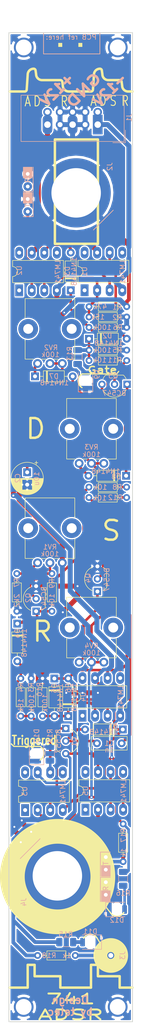
<source format=kicad_pcb>
(kicad_pcb (version 20171130) (host pcbnew "(5.1.5)-3")
  (layers (0 F.Cu signal) (31 B.Cu signal) (34 B.Paste user) (35 F.Paste user) (36 B.SilkS user) (37 F.SilkS user) (38 B.Mask user) (39 F.Mask user) (44 Edge.Cuts user))
  (net 0 "")
  (net 1 /~IN)
  (net 2 "Net-(C1-Pad1)")
  (net 3 GND)
  (net 4 /Cap)
  (net 5 +12V)
  (net 6 "Net-(D2-Pad2)")
  (net 7 /IN)
  (net 8 "Net-(D3-Pad2)")
  (net 9 /Triggered)
  (net 10 "Net-(D4-Pad1)")
  (net 11 "Net-(D5-Pad2)")
  (net 12 /Hard)
  (net 13 "Net-(D7-Pad1)")
  (net 14 "Net-(D8-Pad2)")
  (net 15 "Net-(D8-Pad1)")
  (net 16 "Net-(D9-Pad2)")
  (net 17 "Net-(D10-Pad2)")
  (net 18 "Net-(D11-Pad2)")
  (net 19 "Net-(D12-Pad2)")
  (net 20 -12V)
  (net 21 "Net-(J2-PadRN)")
  (net 22 /GATE)
  (net 23 "Net-(J2-PadR)")
  (net 24 "Net-(J4-PadTN)")
  (net 25 "Net-(J4-PadRN)")
  (net 26 /Envelope)
  (net 27 "Net-(J4-PadR)")
  (net 28 "Net-(Q1-Pad1)")
  (net 29 "Net-(Q2-Pad1)")
  (net 30 "Net-(Q2-Pad2)")
  (net 31 "Net-(Q3-Pad2)")
  (net 32 "Net-(Q4-Pad1)")
  (net 33 "Net-(Q4-Pad2)")
  (net 34 "Net-(R1-Pad2)")
  (net 35 "Net-(R7-Pad1)")
  (net 36 "Net-(U1-Pad8)")
  (net 37 "Net-(U1-Pad5)")
  (net 38 "Net-(U1-Pad1)")
  (net 39 "Net-(U2-Pad8)")
  (net 40 "Net-(U2-Pad5)")
  (net 41 "Net-(U2-Pad1)")
  (net 42 "Net-(U3-Pad8)")
  (net 43 "Net-(U3-Pad5)")
  (net 44 "Net-(U3-Pad1)")
  (net 45 "Net-(U4-Pad8)")
  (net 46 "Net-(U4-Pad5)")
  (net 47 "Net-(U4-Pad1)")
  (net 48 "Net-(U5-Pad8)")
  (net 49 "Net-(U5-Pad5)")
  (net 50 "Net-(U5-Pad1)")
  (net 51 /PEnvelope)
  (net 52 "Net-(J3-Pad1)")
  (module Connector_PinSocket_2.54mm:PinSocket_1x01_P2.54mm_Vertical (layer F.Cu) (at 32.6 198.6 270)
    (fp_text reference J3 (at 0 -2.4 90) (layer B.SilkS) (effects (justify mirror)))
    (fp_text value "Hard Envelope")
    (pad 1 thru_hole rect (at 0 0 270) (size 1.7 1.7) (drill 1) (layers *.Cu *.Mask) (net 52 "Net-(J3-Pad1)"))
  )
  (module telec:Jack_Hole_Square (layer F.Cu) (at 21.8 182.5 90)
    (fp_text reference J4 (at -5.3 -6.8 90) (layer B.SilkS) (effects (justify mirror)))
    (fp_text value Envelope)
    (fp_text user T (at 2.52 9.795 90) (layer B.SilkS))
    (fp_text user R (at -2.56 9.795 90) (layer B.SilkS))
    (pad TN thru_hole circle (at 1.25 9.795 90) (size 1.75 1.75) (drill 0.762) (layers *.Cu B.Mask) (net 24 "Net-(J4-PadTN)"))
    (pad RN thru_hole circle (at -3.83 9.795 90) (size 1.75 1.75) (drill 0.762) (layers *.Cu B.Mask) (net 25 "Net-(J4-PadRN)"))
    (pad T thru_hole circle (at 3.79 9.795 90) (size 1.75 1.75) (drill 0.762) (layers *.Cu B.Mask) (net 26 /Envelope))
    (pad R thru_hole circle (at -1.29 9.795 90) (size 1.75 1.75) (drill 0.762) (layers *.Cu B.Mask) (net 27 "Net-(J4-PadR)"))
    (pad S thru_hole circle (at 0 0 90) (size 14 14) (drill 10) (layers *.Cu F.Mask) (net 3 GND))
  )
  (module telec:Jack_Hole_Square (layer F.Cu) (at 25.6 44.4 270)
    (fp_text reference J2 (at -5.3 -6.8 90) (layer B.SilkS) (effects (justify mirror)))
    (fp_text value GATE)
    (fp_text user T (at 2.52 9.795 90) (layer B.SilkS))
    (fp_text user R (at -2.56 9.795 90) (layer B.SilkS))
    (pad TN thru_hole circle (at 1.25 9.795 270) (size 1.75 1.75) (drill 0.762) (layers *.Cu B.Mask) (net 3 GND))
    (pad RN thru_hole circle (at -3.83 9.795 270) (size 1.75 1.75) (drill 0.762) (layers *.Cu B.Mask) (net 21 "Net-(J2-PadRN)"))
    (pad T thru_hole circle (at 3.79 9.795 270) (size 1.75 1.75) (drill 0.762) (layers *.Cu B.Mask) (net 22 /GATE))
    (pad R thru_hole circle (at -1.29 9.795 270) (size 1.75 1.75) (drill 0.762) (layers *.Cu B.Mask) (net 23 "Net-(J2-PadR)"))
    (pad S thru_hole circle (at 0 0 270) (size 14 14) (drill 10) (layers *.Cu F.Mask) (net 3 GND))
  )
  (module logo:telec-8 (layer F.Cu) (at 24.4 16.5)
    (fp_text reference LOGO1 hide)
    (fp_text value Logo_telec hide)
    (fp_poly (pts (xy 3.27025 -4.064) (xy 4.064 -4.064) (xy 4.064 -3.2385) (xy 3.27025 -3.2385) (xy 3.27025 -4.064)) (layer F.Cu) (width 0.01))
    (fp_poly (pts (xy 3.27025 -2.413) (xy 2.44475 -2.413) (xy 2.44475 -1.61925) (xy 1.651 -1.61925) (xy 1.651 -3.2385) (xy 3.27025 -3.2385) (xy 3.27025 -2.413)) (layer F.Cu) (width 0.01))
    (fp_poly (pts (xy -4.064 -3.2385) (xy -4.064 -4.064) (xy -3.2385 -4.064) (xy -3.2385 -3.2385) (xy -4.064 -3.2385)) (layer F.Cu) (width 0.01))
    (fp_poly (pts (xy -1.61925 -3.2385) (xy -1.61925 -1.61925) (xy -2.413 -1.61925) (xy -2.413 -2.413) (xy -3.2385 -2.413) (xy -3.2385 -3.2385) (xy -1.61925 -3.2385)) (layer F.Cu) (width 0.01))
    (fp_poly (pts (xy 0.8255 0.03175) (xy 1.651 0.03175) (xy 1.651 0.8255) (xy -1.61925 0.8255) (xy -1.61925 0.03175) (xy -0.79375 0.03175) (xy -0.79375 -1.61925) (xy 0.8255 -1.61925) (xy 0.8255 0.03175)) (layer F.Cu) (width 0.01))
  )
  (module Resistor_THT:R_Axial_DIN0204_L3.6mm_D1.6mm_P7.62mm_Horizontal (layer F.Cu) (at 17.8 198.6)
    (fp_text reference R18 (at 2.32 0) (layer B.SilkS) (effects (justify mirror)))
    (fp_text value 1k (at 5.92 0) (layer B.SilkS) (effects (justify mirror)))
    (pad 2 thru_hole oval (at 7.62 0) (size 1.4 1.4) (drill 0.7) (layers *.Cu *.Mask) (net 52 "Net-(J3-Pad1)"))
    (pad 1 thru_hole circle (at 0 0) (size 1.4 1.4) (drill 0.7) (layers *.Cu *.Mask) (net 12 /Hard))
  )
  (module Resistor_THT:R_Axial_DIN0204_L3.6mm_D1.6mm_P7.62mm_Horizontal (layer F.Cu) (at 35.1 172 270)
    (fp_text reference R17 (at 2.3 -0.1 90) (layer B.SilkS) (effects (justify mirror)))
    (fp_text value 1k (at 5.8 -0.1 90) (layer B.SilkS) (effects (justify mirror)))
    (pad 2 thru_hole oval (at 7.62 0 270) (size 1.4 1.4) (drill 0.7) (layers *.Cu *.Mask) (net 26 /Envelope))
    (pad 1 thru_hole circle (at 0 0 270) (size 1.4 1.4) (drill 0.7) (layers *.Cu *.Mask) (net 51 /PEnvelope))
  )
  (module LED_SMD:LED_1206_3216Metric_ReverseMount_Hole1.8x2.4mm (layer B.Cu) (at 17.6 157.75 90)
    (fp_text reference D10 (at 3.55 0 270) (layer B.SilkS) (effects (justify mirror)))
    (fp_text value LED)
    (pad "" np_thru_hole oval (at 0 0 90) (size 1.8 2.4) (drill oval 1.8 2.4) (layers *.Cu *.Mask))
    (pad 2 smd roundrect (at 1.55 0 90) (size 0.95 1.75) (layers B.Cu B.Paste B.Mask) (roundrect_rratio 0.2) (net 17 "Net-(D10-Pad2)"))
    (pad 1 smd roundrect (at -1.55 0 90) (size 0.95 1.75) (layers B.Cu B.Paste B.Mask) (roundrect_rratio 0.2) (net 3 GND))
  )
  (module Resistor_SMD:R_1206_3216Metric (layer B.Cu) (at 35.1 183.1 270)
    (fp_text reference R16 (at 2.9 0) (layer B.SilkS) (effects (justify mirror)))
    (fp_text value 2k2)
    (pad 2 smd roundrect (at 1.4 0 270) (size 1.25 1.75) (layers B.Cu B.Paste B.Mask) (roundrect_rratio 0.2) (net 19 "Net-(D12-Pad2)"))
    (pad 1 smd roundrect (at -1.4 0 270) (size 1.25 1.75) (layers B.Cu B.Paste B.Mask) (roundrect_rratio 0.2) (net 51 /PEnvelope))
  )
  (module LED_SMD:LED_1206_3216Metric_ReverseMount_Hole1.8x2.4mm (layer B.Cu) (at 33.85 189.3)
    (fp_text reference D12 (at 0 2.145 180) (layer B.SilkS) (effects (justify mirror)))
    (fp_text value LED)
    (pad "" np_thru_hole oval (at 0 0) (size 1.8 2.4) (drill oval 1.8 2.4) (layers *.Cu *.Mask))
    (pad 2 smd roundrect (at 1.55 0) (size 0.95 1.75) (layers B.Cu B.Paste B.Mask) (roundrect_rratio 0.2) (net 19 "Net-(D12-Pad2)"))
    (pad 1 smd roundrect (at -1.55 0) (size 0.95 1.75) (layers B.Cu B.Paste B.Mask) (roundrect_rratio 0.2) (net 3 GND))
  )
  (module Resistor_SMD:R_1206_3216Metric (layer B.Cu) (at 23.6 195.9)
    (fp_text reference R15 (at -0.1 -1.6 180) (layer B.SilkS) (effects (justify mirror)))
    (fp_text value 2k2)
    (pad 2 smd roundrect (at 1.4 0) (size 1.25 1.75) (layers B.Cu B.Paste B.Mask) (roundrect_rratio 0.2) (net 18 "Net-(D11-Pad2)"))
    (pad 1 smd roundrect (at -1.4 0) (size 1.25 1.75) (layers B.Cu B.Paste B.Mask) (roundrect_rratio 0.2) (net 12 /Hard))
  )
  (module Resistor_SMD:R_1206_3216Metric (layer B.Cu) (at 20.3 157.8 90)
    (fp_text reference R14 (at 3.6 0 270) (layer B.SilkS) (effects (justify mirror)))
    (fp_text value 1k5)
    (pad 2 smd roundrect (at 1.4 0 90) (size 1.25 1.75) (layers B.Cu B.Paste B.Mask) (roundrect_rratio 0.2) (net 17 "Net-(D10-Pad2)"))
    (pad 1 smd roundrect (at -1.4 0 90) (size 1.25 1.75) (layers B.Cu B.Paste B.Mask) (roundrect_rratio 0.2) (net 9 /Triggered))
  )
  (module Resistor_SMD:R_1206_3216Metric (layer B.Cu) (at 25.9 77.6 270)
    (fp_text reference R13 (at -0.7 1.6 270) (layer B.SilkS) (effects (justify mirror)))
    (fp_text value 1k5)
    (pad 2 smd roundrect (at 1.4 0 270) (size 1.25 1.75) (layers B.Cu B.Paste B.Mask) (roundrect_rratio 0.2) (net 16 "Net-(D9-Pad2)"))
    (pad 1 smd roundrect (at -1.4 0 270) (size 1.25 1.75) (layers B.Cu B.Paste B.Mask) (roundrect_rratio 0.2) (net 7 /IN))
  )
  (module Kosmo_panel:Kosmo_Panel_Dual_Mounting_Holes (layer F.Cu) (at 34 209)
    (fp_text reference H2 hide)
    (fp_text value Mounting_Holes hide)
    (pad 1 thru_hole circle (at 0.0127 -194.0052) (size 4 4) (drill 3.2) (layers *.Cu *.Mask) (net 3 GND))
    (pad 1 thru_hole circle (at 0 0) (size 4 4) (drill 3.2) (layers *.Cu *.Mask) (net 3 GND))
  )
  (module Potentiometer_THT:Potentiometer_Alps_RK09K_Single_Vertical (layer F.Cu) (at 31.2 139.3 90)
    (fp_text reference RV4 (at 3.3 -2.5 180) (layer B.SilkS) (effects (justify mirror)))
    (fp_text value 100k (at 1.9 -2.5 180) (layer B.SilkS) (effects (justify mirror)))
    (pad "" np_thru_hole circle (at 7 1.9 90) (size 4 4) (drill 2) (layers *.Cu *.Mask))
    (pad "" np_thru_hole circle (at 7 -6.9 90) (size 4 4) (drill 2) (layers *.Cu *.Mask))
    (pad 1 thru_hole circle (at 0 0 90) (size 1.8 1.8) (drill 1) (layers *.Cu *.Mask) (net 4 /Cap))
    (pad 2 thru_hole circle (at 0 -2.5 90) (size 1.8 1.8) (drill 1) (layers *.Cu *.Mask) (net 4 /Cap))
    (pad 3 thru_hole circle (at 0 -5 90) (size 1.8 1.8) (drill 1) (layers *.Cu *.Mask) (net 32 "Net-(Q4-Pad1)"))
  )
  (module Potentiometer_THT:Potentiometer_Alps_RK09K_Single_Vertical (layer F.Cu) (at 31.2 99.1 90)
    (fp_text reference RV3 (at 3.3 -2.5 180) (layer B.SilkS) (effects (justify mirror)))
    (fp_text value 100k (at 1.8 -2.5 180) (layer B.SilkS) (effects (justify mirror)))
    (pad "" np_thru_hole circle (at 7 1.9 90) (size 4 4) (drill 2) (layers *.Cu *.Mask))
    (pad "" np_thru_hole circle (at 7 -6.9 90) (size 4 4) (drill 2) (layers *.Cu *.Mask))
    (pad 1 thru_hole circle (at 0 0 90) (size 1.8 1.8) (drill 1) (layers *.Cu *.Mask) (net 4 /Cap))
    (pad 2 thru_hole circle (at 0 -2.5 90) (size 1.8 1.8) (drill 1) (layers *.Cu *.Mask) (net 4 /Cap))
    (pad 3 thru_hole circle (at 0 -5 90) (size 1.8 1.8) (drill 1) (layers *.Cu *.Mask) (net 14 "Net-(D8-Pad2)"))
  )
  (module Potentiometer_THT:Potentiometer_Alps_RK09K_Single_Vertical (layer F.Cu) (at 22.8 78.9 90)
    (fp_text reference RV2 (at 3.2 -2.3 180) (layer B.SilkS) (effects (justify mirror)))
    (fp_text value 100k (at 1.8 -2.4 180) (layer B.SilkS) (effects (justify mirror)))
    (pad "" np_thru_hole circle (at 7 1.9 90) (size 4 4) (drill 2) (layers *.Cu *.Mask))
    (pad "" np_thru_hole circle (at 7 -6.9 90) (size 4 4) (drill 2) (layers *.Cu *.Mask))
    (pad 1 thru_hole circle (at 0 0 90) (size 1.8 1.8) (drill 1) (layers *.Cu *.Mask) (net 4 /Cap))
    (pad 2 thru_hole circle (at 0 -2.5 90) (size 1.8 1.8) (drill 1) (layers *.Cu *.Mask) (net 4 /Cap))
    (pad 3 thru_hole circle (at 0 -5 90) (size 1.8 1.8) (drill 1) (layers *.Cu *.Mask) (net 13 "Net-(D7-Pad1)"))
  )
  (module Potentiometer_THT:Potentiometer_Alps_RK09K_Single_Vertical (layer F.Cu) (at 22.8 119.2 90)
    (fp_text reference RV1 (at 3.2 -2.5 180) (layer B.SilkS) (effects (justify mirror)))
    (fp_text value 100k (at 1.8 -2.5 180) (layer B.SilkS) (effects (justify mirror)))
    (pad "" np_thru_hole circle (at 7 1.9 90) (size 4 4) (drill 2) (layers *.Cu *.Mask))
    (pad "" np_thru_hole circle (at 7 -6.9 90) (size 4 4) (drill 2) (layers *.Cu *.Mask))
    (pad 1 thru_hole circle (at 0 0 90) (size 1.8 1.8) (drill 1) (layers *.Cu *.Mask) (net 5 +12V))
    (pad 2 thru_hole circle (at 0 -2.5 90) (size 1.8 1.8) (drill 1) (layers *.Cu *.Mask) (net 10 "Net-(D4-Pad1)"))
    (pad 3 thru_hole circle (at 0 -5 90) (size 1.8 1.8) (drill 1) (layers *.Cu *.Mask) (net 35 "Net-(R7-Pad1)"))
  )
  (module telec:EuroPower (layer B.Cu) (at 29.96 30.6 90)
    (fp_text reference J1 (at 1.397 6.35 270) (layer B.SilkS) (effects (justify mirror)))
    (fp_text value EuroPower)
    (pad 3 thru_hole oval (at 0 -10.16 180) (size 1.98 3.96) (drill 1.32) (layers *.Cu *.Mask) (net 5 +12V))
    (pad 1 thru_hole rect (at 0 0 180) (size 1.98 3.96) (drill 1.32) (layers *.Cu *.Mask) (net 20 -12V))
    (pad 2 thru_hole oval (at 0 -5.08 180) (size 1.98 3.96) (drill 1.32) (layers *.Cu *.Mask) (net 3 GND))
    (pad 2 thru_hole oval (at 0 -7.62 90) (size 1.7272 1.7272) (drill 1.016) (layers *.Cu *.Mask) (net 3 GND))
    (pad 2 thru_hole oval (at 2.54 -7.62 90) (size 1.7272 1.7272) (drill 1.016) (layers *.Cu *.Mask) (net 3 GND))
    (pad 2 thru_hole oval (at 2.54 -5.08 90) (size 1.7272 1.7272) (drill 1.016) (layers *.Cu *.Mask) (net 3 GND))
    (pad 3 thru_hole oval (at 2.54 -10.16 90) (size 1.7272 1.7272) (drill 1.016) (layers *.Cu *.Mask) (net 5 +12V))
    (pad 2 thru_hole oval (at 0 -2.54 90) (size 1.7272 1.7272) (drill 1.016) (layers *.Cu *.Mask) (net 3 GND))
    (pad 2 thru_hole oval (at 2.54 -2.54 90) (size 1.7272 1.7272) (drill 1.016) (layers *.Cu *.Mask) (net 3 GND))
    (pad 1 thru_hole oval (at 2.54 0 90) (size 1.7272 1.7272) (drill 1.016) (layers *.Cu *.Mask) (net 20 -12V))
  )
  (module Kosmo_panel:Kosmo_Panel_Dual_Mounting_Holes (layer F.Cu) (at 14.9873 209.0052)
    (fp_text reference H1 hide)
    (fp_text value Mounting_Holes hide)
    (pad 1 thru_hole circle (at 0.0127 -194.0052) (size 4 4) (drill 3.2) (layers *.Cu *.Mask) (net 3 GND))
    (pad 1 thru_hole circle (at 0 0) (size 4 4) (drill 3.2) (layers *.Cu *.Mask) (net 3 GND))
  )
  (module LED_SMD:LED_1206_3216Metric_ReverseMount_Hole1.8x2.4mm (layer B.Cu) (at 28.45 195.9 180)
    (fp_text reference D11 (at 0 2.145 180) (layer B.SilkS) (effects (justify mirror)))
    (fp_text value LED)
    (pad "" np_thru_hole oval (at 0 0 180) (size 1.8 2.4) (drill oval 1.8 2.4) (layers *.Cu *.Mask))
    (pad 2 smd roundrect (at 1.55 0 180) (size 0.95 1.75) (layers B.Cu B.Paste B.Mask) (roundrect_rratio 0.2) (net 18 "Net-(D11-Pad2)"))
    (pad 1 smd roundrect (at -1.55 0 180) (size 0.95 1.75) (layers B.Cu B.Paste B.Mask) (roundrect_rratio 0.2) (net 3 GND))
  )
  (module LED_SMD:LED_1206_3216Metric_ReverseMount_Hole1.8x2.4mm (layer B.Cu) (at 27.5 82.35 90)
    (fp_text reference D9 (at 1.25 2.3 270) (layer B.SilkS) (effects (justify mirror)))
    (fp_text value LED)
    (pad "" np_thru_hole oval (at 0 0 90) (size 1.8 2.4) (drill oval 1.8 2.4) (layers *.Cu *.Mask))
    (pad 2 smd roundrect (at 1.55 0 90) (size 0.95 1.75) (layers B.Cu B.Paste B.Mask) (roundrect_rratio 0.2) (net 16 "Net-(D9-Pad2)"))
    (pad 1 smd roundrect (at -1.55 0 90) (size 0.95 1.75) (layers B.Cu B.Paste B.Mask) (roundrect_rratio 0.2) (net 3 GND))
  )
  (module Package_DIP:DIP-8_W7.62mm_LongPads (layer F.Cu) (at 27.48 169.12 90)
    (fp_text reference U5 (at 3.82 0.02 90) (layer B.SilkS) (effects (justify mirror)))
    (fp_text value LM741 (at 3.81 7.72 90) (layer B.SilkS) (effects (justify mirror)))
    (pad 8 thru_hole oval (at 7.62 0 90) (size 2.4 1.6) (drill 0.8) (layers *.Cu *.Mask) (net 48 "Net-(U5-Pad8)"))
    (pad 4 thru_hole oval (at 0 7.62 90) (size 2.4 1.6) (drill 0.8) (layers *.Cu *.Mask) (net 20 -12V))
    (pad 7 thru_hole oval (at 7.62 2.54 90) (size 2.4 1.6) (drill 0.8) (layers *.Cu *.Mask) (net 5 +12V))
    (pad 3 thru_hole oval (at 0 5.08 90) (size 2.4 1.6) (drill 0.8) (layers *.Cu *.Mask) (net 4 /Cap))
    (pad 6 thru_hole oval (at 7.62 5.08 90) (size 2.4 1.6) (drill 0.8) (layers *.Cu *.Mask) (net 51 /PEnvelope))
    (pad 2 thru_hole oval (at 0 2.54 90) (size 2.4 1.6) (drill 0.8) (layers *.Cu *.Mask) (net 26 /Envelope))
    (pad 5 thru_hole oval (at 7.62 7.62 90) (size 2.4 1.6) (drill 0.8) (layers *.Cu *.Mask) (net 49 "Net-(U5-Pad5)"))
    (pad 1 thru_hole rect (at 0 0 90) (size 2.4 1.6) (drill 0.8) (layers *.Cu *.Mask) (net 50 "Net-(U5-Pad1)"))
  )
  (module Package_DIP:DIP-8_W7.62mm_LongPads (layer F.Cu) (at 26.88 150.12 90)
    (fp_text reference U4 (at 3.82 0.12 90) (layer B.SilkS) (effects (justify mirror)))
    (fp_text value LM741 (at 3.72 7.72 90) (layer B.SilkS) (effects (justify mirror)))
    (pad 8 thru_hole oval (at 7.62 0 90) (size 2.4 1.6) (drill 0.8) (layers *.Cu *.Mask) (net 45 "Net-(U4-Pad8)"))
    (pad 4 thru_hole oval (at 0 7.62 90) (size 2.4 1.6) (drill 0.8) (layers *.Cu *.Mask) (net 20 -12V))
    (pad 7 thru_hole oval (at 7.62 2.54 90) (size 2.4 1.6) (drill 0.8) (layers *.Cu *.Mask) (net 5 +12V))
    (pad 3 thru_hole oval (at 0 5.08 90) (size 2.4 1.6) (drill 0.8) (layers *.Cu *.Mask) (net 29 "Net-(Q2-Pad1)"))
    (pad 6 thru_hole oval (at 7.62 5.08 90) (size 2.4 1.6) (drill 0.8) (layers *.Cu *.Mask) (net 12 /Hard))
    (pad 2 thru_hole oval (at 0 2.54 90) (size 2.4 1.6) (drill 0.8) (layers *.Cu *.Mask) (net 11 "Net-(D5-Pad2)"))
    (pad 5 thru_hole oval (at 7.62 7.62 90) (size 2.4 1.6) (drill 0.8) (layers *.Cu *.Mask) (net 46 "Net-(U4-Pad5)"))
    (pad 1 thru_hole rect (at 0 0 90) (size 2.4 1.6) (drill 0.8) (layers *.Cu *.Mask) (net 47 "Net-(U4-Pad1)"))
  )
  (module Package_DIP:DIP-8_W7.62mm_LongPads (layer F.Cu) (at 15.28 169.2 90)
    (fp_text reference U3 (at 3.8 -0.08 90) (layer B.SilkS) (effects (justify mirror)))
    (fp_text value LM741 (at 3.7 7.62 90) (layer B.SilkS) (effects (justify mirror)))
    (pad 8 thru_hole oval (at 7.62 0 90) (size 2.4 1.6) (drill 0.8) (layers *.Cu *.Mask) (net 42 "Net-(U3-Pad8)"))
    (pad 4 thru_hole oval (at 0 7.62 90) (size 2.4 1.6) (drill 0.8) (layers *.Cu *.Mask) (net 20 -12V))
    (pad 7 thru_hole oval (at 7.62 2.54 90) (size 2.4 1.6) (drill 0.8) (layers *.Cu *.Mask) (net 5 +12V))
    (pad 3 thru_hole oval (at 0 5.08 90) (size 2.4 1.6) (drill 0.8) (layers *.Cu *.Mask) (net 28 "Net-(Q1-Pad1)"))
    (pad 6 thru_hole oval (at 7.62 5.08 90) (size 2.4 1.6) (drill 0.8) (layers *.Cu *.Mask) (net 9 /Triggered))
    (pad 2 thru_hole oval (at 0 2.54 90) (size 2.4 1.6) (drill 0.8) (layers *.Cu *.Mask) (net 4 /Cap))
    (pad 5 thru_hole oval (at 7.62 7.62 90) (size 2.4 1.6) (drill 0.8) (layers *.Cu *.Mask) (net 43 "Net-(U3-Pad5)"))
    (pad 1 thru_hole rect (at 0 0 90) (size 2.4 1.6) (drill 0.8) (layers *.Cu *.Mask) (net 44 "Net-(U3-Pad1)"))
  )
  (module Package_DIP:DIP-8_W7.62mm_LongPads (layer F.Cu) (at 14.08 64.12 90)
    (fp_text reference U2 (at 4.02 0.02 90) (layer B.SilkS) (effects (justify mirror)))
    (fp_text value LM741 (at 3.72 7.82 90) (layer B.SilkS) (effects (justify mirror)))
    (pad 8 thru_hole oval (at 7.62 0 90) (size 2.4 1.6) (drill 0.8) (layers *.Cu *.Mask) (net 39 "Net-(U2-Pad8)"))
    (pad 4 thru_hole oval (at 0 7.62 90) (size 2.4 1.6) (drill 0.8) (layers *.Cu *.Mask) (net 20 -12V))
    (pad 7 thru_hole oval (at 7.62 2.54 90) (size 2.4 1.6) (drill 0.8) (layers *.Cu *.Mask) (net 5 +12V))
    (pad 3 thru_hole oval (at 0 5.08 90) (size 2.4 1.6) (drill 0.8) (layers *.Cu *.Mask) (net 34 "Net-(R1-Pad2)"))
    (pad 6 thru_hole oval (at 7.62 5.08 90) (size 2.4 1.6) (drill 0.8) (layers *.Cu *.Mask) (net 8 "Net-(D3-Pad2)"))
    (pad 2 thru_hole oval (at 0 2.54 90) (size 2.4 1.6) (drill 0.8) (layers *.Cu *.Mask) (net 22 /GATE))
    (pad 5 thru_hole oval (at 7.62 7.62 90) (size 2.4 1.6) (drill 0.8) (layers *.Cu *.Mask) (net 40 "Net-(U2-Pad5)"))
    (pad 1 thru_hole rect (at 0 0 90) (size 2.4 1.6) (drill 0.8) (layers *.Cu *.Mask) (net 41 "Net-(U2-Pad1)"))
  )
  (module Package_DIP:DIP-8_W7.62mm_LongPads (layer F.Cu) (at 27.3 64.1 90)
    (fp_text reference U1 (at 3.8 0 90) (layer B.SilkS) (effects (justify mirror)))
    (fp_text value LM741 (at 3.7 7.7 90) (layer B.SilkS) (effects (justify mirror)))
    (pad 8 thru_hole oval (at 7.62 0 90) (size 2.4 1.6) (drill 0.8) (layers *.Cu *.Mask) (net 36 "Net-(U1-Pad8)"))
    (pad 4 thru_hole oval (at 0 7.62 90) (size 2.4 1.6) (drill 0.8) (layers *.Cu *.Mask) (net 20 -12V))
    (pad 7 thru_hole oval (at 7.62 2.54 90) (size 2.4 1.6) (drill 0.8) (layers *.Cu *.Mask) (net 5 +12V))
    (pad 3 thru_hole oval (at 0 5.08 90) (size 2.4 1.6) (drill 0.8) (layers *.Cu *.Mask) (net 22 /GATE))
    (pad 6 thru_hole oval (at 7.62 5.08 90) (size 2.4 1.6) (drill 0.8) (layers *.Cu *.Mask) (net 6 "Net-(D2-Pad2)"))
    (pad 2 thru_hole oval (at 0 2.54 90) (size 2.4 1.6) (drill 0.8) (layers *.Cu *.Mask) (net 34 "Net-(R1-Pad2)"))
    (pad 5 thru_hole oval (at 7.62 7.62 90) (size 2.4 1.6) (drill 0.8) (layers *.Cu *.Mask) (net 37 "Net-(U1-Pad5)"))
    (pad 1 thru_hole rect (at 0 0 90) (size 2.4 1.6) (drill 0.8) (layers *.Cu *.Mask) (net 38 "Net-(U1-Pad1)"))
  )
  (module Resistor_THT:R_Axial_DIN0204_L3.6mm_D1.6mm_P7.62mm_Horizontal (layer F.Cu) (at 28.18 106)
    (fp_text reference R12 (at 5.32 0) (layer B.SilkS) (effects (justify mirror)))
    (fp_text value 10k (at 2.22 0.1) (layer B.SilkS) (effects (justify mirror)))
    (pad 1 thru_hole circle (at 0 0) (size 1.4 1.4) (drill 0.7) (layers *.Cu *.Mask) (net 33 "Net-(Q4-Pad2)"))
    (pad 2 thru_hole oval (at 7.62 0) (size 1.4 1.4) (drill 0.7) (layers *.Cu *.Mask) (net 1 /~IN))
  )
  (module Resistor_THT:R_Axial_DIN0204_L3.6mm_D1.6mm_P7.62mm_Horizontal (layer F.Cu) (at 28.2 78.3)
    (fp_text reference R11 (at 5.2 -0.1) (layer B.SilkS) (effects (justify mirror)))
    (fp_text value 10k (at 2.2 -0.1) (layer B.SilkS) (effects (justify mirror)))
    (pad 2 thru_hole oval (at 7.62 0) (size 1.4 1.4) (drill 0.7) (layers *.Cu *.Mask) (net 31 "Net-(Q3-Pad2)"))
    (pad 1 thru_hole circle (at 0 0) (size 1.4 1.4) (drill 0.7) (layers *.Cu *.Mask) (net 7 /IN))
  )
  (module Resistor_THT:R_Axial_DIN0204_L3.6mm_D1.6mm_P7.62mm_Horizontal (layer F.Cu) (at 18.8 142.58 270)
    (fp_text reference R10 (at 2.22 0.6 90) (layer B.SilkS) (effects (justify mirror)))
    (fp_text value 100k (at 5.02 -0.5 90) (layer B.SilkS) (effects (justify mirror)))
    (pad 2 thru_hole oval (at 7.62 0 270) (size 1.4 1.4) (drill 0.7) (layers *.Cu *.Mask) (net 11 "Net-(D5-Pad2)"))
    (pad 1 thru_hole circle (at 0 0 270) (size 1.4 1.4) (drill 0.7) (layers *.Cu *.Mask) (net 3 GND))
  )
  (module Resistor_THT:R_Axial_DIN0204_L3.6mm_D1.6mm_P7.62mm_Horizontal (layer F.Cu) (at 20.7 129 90)
    (fp_text reference R9 (at 5.6 0 90) (layer B.SilkS) (effects (justify mirror)))
    (fp_text value 10k (at 2.2 0 90) (layer B.SilkS) (effects (justify mirror)))
    (pad 2 thru_hole oval (at 7.62 0 90) (size 1.4 1.4) (drill 0.7) (layers *.Cu *.Mask) (net 10 "Net-(D4-Pad1)"))
    (pad 1 thru_hole circle (at 0 0 90) (size 1.4 1.4) (drill 0.7) (layers *.Cu *.Mask) (net 29 "Net-(Q2-Pad1)"))
  )
  (module Resistor_THT:R_Axial_DIN0204_L3.6mm_D1.6mm_P7.62mm_Horizontal (layer F.Cu) (at 28.18 103.9)
    (fp_text reference R8 (at 5.72 0) (layer B.SilkS) (effects (justify mirror)))
    (fp_text value 10k (at 2.32 0) (layer B.SilkS) (effects (justify mirror)))
    (pad 2 thru_hole oval (at 7.62 0) (size 1.4 1.4) (drill 0.7) (layers *.Cu *.Mask) (net 1 /~IN))
    (pad 1 thru_hole circle (at 0 0) (size 1.4 1.4) (drill 0.7) (layers *.Cu *.Mask) (net 30 "Net-(Q2-Pad2)"))
  )
  (module Resistor_THT:R_Axial_DIN0204_L3.6mm_D1.6mm_P7.62mm_Horizontal (layer F.Cu) (at 13.6 121.38 270)
    (fp_text reference R7 (at 1.82 0 90) (layer B.SilkS) (effects (justify mirror)))
    (fp_text value 2k2 (at 5.42 0 90) (layer B.SilkS) (effects (justify mirror)))
    (pad 2 thru_hole oval (at 7.62 0 270) (size 1.4 1.4) (drill 0.7) (layers *.Cu *.Mask) (net 3 GND))
    (pad 1 thru_hole circle (at 0 0 270) (size 1.4 1.4) (drill 0.7) (layers *.Cu *.Mask) (net 35 "Net-(R7-Pad1)"))
  )
  (module Resistor_THT:R_Axial_DIN0204_L3.6mm_D1.6mm_P7.62mm_Horizontal (layer F.Cu) (at 28.2 71.6)
    (fp_text reference R6 (at 5.8 0) (layer B.SilkS) (effects (justify mirror)))
    (fp_text value 100k (at 2.7 0) (layer B.SilkS) (effects (justify mirror)))
    (pad 2 thru_hole oval (at 7.62 0) (size 1.4 1.4) (drill 0.7) (layers *.Cu *.Mask) (net 3 GND))
    (pad 1 thru_hole circle (at 0 0) (size 1.4 1.4) (drill 0.7) (layers *.Cu *.Mask) (net 1 /~IN))
  )
  (module Resistor_THT:R_Axial_DIN0204_L3.6mm_D1.6mm_P7.62mm_Horizontal (layer F.Cu) (at 28.2 76.2)
    (fp_text reference R5 (at 5.7 0) (layer B.SilkS) (effects (justify mirror)))
    (fp_text value 100k (at 2.7 0) (layer B.SilkS) (effects (justify mirror)))
    (pad 2 thru_hole oval (at 7.62 0) (size 1.4 1.4) (drill 0.7) (layers *.Cu *.Mask) (net 3 GND))
    (pad 1 thru_hole circle (at 0 0) (size 1.4 1.4) (drill 0.7) (layers *.Cu *.Mask) (net 7 /IN))
  )
  (module Resistor_THT:R_Axial_DIN0204_L3.6mm_D1.6mm_P7.62mm_Horizontal (layer F.Cu) (at 14.4 142.58 270)
    (fp_text reference R4 (at 1.82 0 90) (layer B.SilkS) (effects (justify mirror)))
    (fp_text value 18k (at 5.42 0 90) (layer B.SilkS) (effects (justify mirror)))
    (pad 2 thru_hole oval (at 7.62 0 270) (size 1.4 1.4) (drill 0.7) (layers *.Cu *.Mask) (net 28 "Net-(Q1-Pad1)"))
    (pad 1 thru_hole circle (at 0 0 270) (size 1.4 1.4) (drill 0.7) (layers *.Cu *.Mask) (net 9 /Triggered))
  )
  (module Resistor_THT:R_Axial_DIN0204_L3.6mm_D1.6mm_P7.62mm_Horizontal (layer F.Cu) (at 16.5 150.2 90)
    (fp_text reference R3 (at 5.8 0 90) (layer B.SilkS) (effects (justify mirror)))
    (fp_text value 100k (at 2.6 0.1 90) (layer B.SilkS) (effects (justify mirror)))
    (pad 2 thru_hole oval (at 7.62 0 90) (size 1.4 1.4) (drill 0.7) (layers *.Cu *.Mask) (net 3 GND))
    (pad 1 thru_hole circle (at 0 0 90) (size 1.4 1.4) (drill 0.7) (layers *.Cu *.Mask) (net 28 "Net-(Q1-Pad1)"))
  )
  (module Resistor_THT:R_Axial_DIN0204_L3.6mm_D1.6mm_P7.62mm_Horizontal (layer F.Cu) (at 28.2 69.5)
    (fp_text reference R2 (at 5.7 0.1) (layer B.SilkS) (effects (justify mirror)))
    (fp_text value 15k (at 1.8 0) (layer B.SilkS) (effects (justify mirror)))
    (pad 2 thru_hole oval (at 7.62 0) (size 1.4 1.4) (drill 0.7) (layers *.Cu *.Mask) (net 3 GND))
    (pad 1 thru_hole circle (at 0 0) (size 1.4 1.4) (drill 0.7) (layers *.Cu *.Mask) (net 34 "Net-(R1-Pad2)"))
  )
  (module Resistor_THT:R_Axial_DIN0204_L3.6mm_D1.6mm_P7.62mm_Horizontal (layer F.Cu) (at 35.82 67.4 180)
    (fp_text reference R1 (at 1.92 -0.1) (layer B.SilkS) (effects (justify mirror)))
    (fp_text value 47k (at 5.32 0) (layer B.SilkS) (effects (justify mirror)))
    (pad 2 thru_hole oval (at 7.62 0 180) (size 1.4 1.4) (drill 0.7) (layers *.Cu *.Mask) (net 34 "Net-(R1-Pad2)"))
    (pad 1 thru_hole circle (at 0 0 180) (size 1.4 1.4) (drill 0.7) (layers *.Cu *.Mask) (net 5 +12V))
  )
  (module Package_TO_SOT_THT:TO-92_Inline_Wide (layer F.Cu) (at 29.9 125 90)
    (fp_text reference Q4 (at 2.7 -1.9 90) (layer B.SilkS) (effects (justify mirror)))
    (fp_text value BC547 (at 2.4 1.9 90) (layer B.SilkS) (effects (justify mirror)))
    (pad 1 thru_hole rect (at 0 0 180) (size 1.5 1.5) (drill 0.8) (layers *.Cu *.Mask) (net 32 "Net-(Q4-Pad1)"))
    (pad 3 thru_hole circle (at 5.08 0 180) (size 1.5 1.5) (drill 0.8) (layers *.Cu *.Mask) (net 3 GND))
    (pad 2 thru_hole circle (at 2.54 0 180) (size 1.5 1.5) (drill 0.8) (layers *.Cu *.Mask) (net 33 "Net-(Q4-Pad2)"))
  )
  (module Package_TO_SOT_THT:TO-92_Inline_Wide (layer F.Cu) (at 35.9 83.1 180)
    (fp_text reference Q3 (at 2.8 1.7) (layer B.SilkS) (effects (justify mirror)))
    (fp_text value BC547 (at 2.6 -1.8) (layer B.SilkS) (effects (justify mirror)))
    (pad 1 thru_hole rect (at 0 0 270) (size 1.5 1.5) (drill 0.8) (layers *.Cu *.Mask) (net 15 "Net-(D8-Pad1)"))
    (pad 3 thru_hole circle (at 5.08 0 270) (size 1.5 1.5) (drill 0.8) (layers *.Cu *.Mask) (net 12 /Hard))
    (pad 2 thru_hole circle (at 2.54 0 270) (size 1.5 1.5) (drill 0.8) (layers *.Cu *.Mask) (net 31 "Net-(Q3-Pad2)"))
  )
  (module Package_TO_SOT_THT:TO-92_Inline_Wide (layer F.Cu) (at 17.5 129 90)
    (fp_text reference Q2 (at 2.7 -1.6 90) (layer B.SilkS) (effects (justify mirror)))
    (fp_text value BC547 (at 2.6 1.6 90) (layer B.SilkS) (effects (justify mirror)))
    (pad 1 thru_hole rect (at 0 0 180) (size 1.5 1.5) (drill 0.8) (layers *.Cu *.Mask) (net 29 "Net-(Q2-Pad1)"))
    (pad 3 thru_hole circle (at 5.08 0 180) (size 1.5 1.5) (drill 0.8) (layers *.Cu *.Mask) (net 3 GND))
    (pad 2 thru_hole circle (at 2.54 0 180) (size 1.5 1.5) (drill 0.8) (layers *.Cu *.Mask) (net 30 "Net-(Q2-Pad2)"))
  )
  (module Package_TO_SOT_THT:TO-92_Inline_Wide (layer F.Cu) (at 23.5 152.7 270)
    (fp_text reference Q1 (at 2.7 -1.7 90) (layer B.SilkS) (effects (justify mirror)))
    (fp_text value BC557 (at 2.54 1.5 90) (layer B.SilkS) (effects (justify mirror)))
    (pad 1 thru_hole rect (at 0 0) (size 1.5 1.5) (drill 0.8) (layers *.Cu *.Mask) (net 28 "Net-(Q1-Pad1)"))
    (pad 3 thru_hole circle (at 5.08 0) (size 1.5 1.5) (drill 0.8) (layers *.Cu *.Mask) (net 5 +12V))
    (pad 2 thru_hole circle (at 2.54 0) (size 1.5 1.5) (drill 0.8) (layers *.Cu *.Mask) (net 2 "Net-(C1-Pad1)"))
  )
  (module Diode_THT:D_DO-35_SOD27_P7.62mm_Horizontal (layer F.Cu) (at 35.7 101.6 180)
    (fp_text reference D8 (at 2 -0.2) (layer B.SilkS) (effects (justify mirror)))
    (fp_text value 1N4148 (at 4.1 0.9) (layer B.SilkS) (effects (justify mirror)))
    (pad 2 thru_hole oval (at 7.62 0 180) (size 1.6 1.6) (drill 0.8) (layers *.Cu *.Mask) (net 14 "Net-(D8-Pad2)"))
    (pad 1 thru_hole rect (at 0 0 180) (size 1.6 1.6) (drill 0.8) (layers *.Cu *.Mask) (net 15 "Net-(D8-Pad1)"))
  )
  (module Diode_THT:D_DO-35_SOD27_P7.62mm_Horizontal (layer F.Cu) (at 17.28 81.5)
    (fp_text reference D7 (at 3.81 0) (layer B.SilkS) (effects (justify mirror)))
    (fp_text value 1N4148 (at 3.92 1.3) (layer B.SilkS) (effects (justify mirror)))
    (pad 2 thru_hole oval (at 7.62 0) (size 1.6 1.6) (drill 0.8) (layers *.Cu *.Mask) (net 12 /Hard))
    (pad 1 thru_hole rect (at 0 0) (size 1.6 1.6) (drill 0.8) (layers *.Cu *.Mask) (net 13 "Net-(D7-Pad1)"))
  )
  (module Diode_THT:D_DO-35_SOD27_P7.62mm_Horizontal (layer F.Cu) (at 24 150.2 90)
    (fp_text reference D6 (at 5.7 0 90) (layer B.SilkS) (effects (justify mirror)))
    (fp_text value 1N4148 (at 3.8 1.2 90) (layer B.SilkS) (effects (justify mirror)))
    (pad 2 thru_hole oval (at 7.62 0 90) (size 1.6 1.6) (drill 0.8) (layers *.Cu *.Mask) (net 12 /Hard))
    (pad 1 thru_hole rect (at 0 0 90) (size 1.6 1.6) (drill 0.8) (layers *.Cu *.Mask) (net 11 "Net-(D5-Pad2)"))
  )
  (module Diode_THT:D_DO-35_SOD27_P7.62mm_Horizontal (layer F.Cu) (at 21.2 142.6 270)
    (fp_text reference D5 (at 2 0 90) (layer B.SilkS) (effects (justify mirror)))
    (fp_text value 1N4148 (at 3.9 -1.2 90) (layer B.SilkS) (effects (justify mirror)))
    (pad 2 thru_hole oval (at 7.62 0 270) (size 1.6 1.6) (drill 0.8) (layers *.Cu *.Mask) (net 11 "Net-(D5-Pad2)"))
    (pad 1 thru_hole rect (at 0 0 270) (size 1.6 1.6) (drill 0.8) (layers *.Cu *.Mask) (net 12 /Hard))
  )
  (module Diode_THT:D_DO-35_SOD27_P7.62mm_Horizontal (layer F.Cu) (at 13.7 131.5 270)
    (fp_text reference D4 (at 2 0 90) (layer B.SilkS) (effects (justify mirror)))
    (fp_text value 1N4148 (at 3.9 -1.4 90) (layer B.SilkS) (effects (justify mirror)))
    (pad 2 thru_hole oval (at 7.62 0 270) (size 1.6 1.6) (drill 0.8) (layers *.Cu *.Mask) (net 9 /Triggered))
    (pad 1 thru_hole rect (at 0 0 270) (size 1.6 1.6) (drill 0.8) (layers *.Cu *.Mask) (net 10 "Net-(D4-Pad1)"))
  )
  (module Diode_THT:D_DO-35_SOD27_P7.62mm_Horizontal (layer F.Cu) (at 24.5 64.1 90)
    (fp_text reference D3 (at 3.9 -0.7 90) (layer B.SilkS) (effects (justify mirror)))
    (fp_text value 1N4148 (at 3.8 0.7 90) (layer B.SilkS) (effects (justify mirror)))
    (pad 2 thru_hole oval (at 7.62 0 90) (size 1.6 1.6) (drill 0.8) (layers *.Cu *.Mask) (net 8 "Net-(D3-Pad2)"))
    (pad 1 thru_hole rect (at 0 0 90) (size 1.6 1.6) (drill 0.8) (layers *.Cu *.Mask) (net 1 /~IN))
  )
  (module Diode_THT:D_DO-35_SOD27_P7.62mm_Horizontal (layer F.Cu) (at 28.2 73.9)
    (fp_text reference D2 (at 3.7 -0.6) (layer B.SilkS) (effects (justify mirror)))
    (fp_text value 1N4148 (at 4 0.9) (layer B.SilkS) (effects (justify mirror)))
    (pad 2 thru_hole oval (at 7.62 0) (size 1.6 1.6) (drill 0.8) (layers *.Cu *.Mask) (net 6 "Net-(D2-Pad2)"))
    (pad 1 thru_hole rect (at 0 0) (size 1.6 1.6) (drill 0.8) (layers *.Cu *.Mask) (net 7 /IN))
  )
  (module Diode_THT:D_DO-35_SOD27_P7.62mm_Horizontal (layer F.Cu) (at 35.02 152.9 180)
    (fp_text reference D1 (at 2.02 0.7) (layer B.SilkS) (effects (justify mirror)))
    (fp_text value 1N4148 (at 3.82 -0.5) (layer B.SilkS) (effects (justify mirror)))
    (pad 2 thru_hole oval (at 7.62 0 180) (size 1.6 1.6) (drill 0.8) (layers *.Cu *.Mask) (net 2 "Net-(C1-Pad1)"))
    (pad 1 thru_hole rect (at 0 0 180) (size 1.6 1.6) (drill 0.8) (layers *.Cu *.Mask) (net 5 +12V))
  )
  (module Capacitor_THT:CP_Radial_D6.3mm_P2.50mm (layer F.Cu) (at 15.7 100.9 270)
    (fp_text reference C2 (at 1.2 1.9 90) (layer B.SilkS) (effects (justify mirror)))
    (fp_text value 10u (at 1.3 -1.9 90) (layer B.SilkS) (effects (justify mirror)))
    (pad 2 thru_hole circle (at 2.5 0 270) (size 1.6 1.6) (drill 0.8) (layers *.Cu *.Mask) (net 3 GND))
    (pad 1 thru_hole rect (at 0 0 270) (size 1.6 1.6) (drill 0.8) (layers *.Cu *.Mask) (net 4 /Cap))
  )
  (module Capacitor_THT:C_Disc_D7.0mm_W2.5mm_P5.00mm (layer F.Cu) (at 29.8 155.7)
    (fp_text reference C1 (at 2.5 0) (layer B.SilkS) (effects (justify mirror)))
    (fp_text value 1n (at 2.5 1.3) (layer B.SilkS) (effects (justify mirror)))
    (pad 2 thru_hole circle (at 5 0) (size 1.6 1.6) (drill 0.8) (layers *.Cu *.Mask) (net 1 /~IN))
    (pad 1 thru_hole circle (at 0 0) (size 1.6 1.6) (drill 0.8) (layers *.Cu *.Mask) (net 2 "Net-(C1-Pad1)"))
  )
  (gr_line (start 34.4 205.1) (end 34.4 202.8) (layer F.SilkS) (width 0.5))
  (gr_line (start 22.4 205.1) (end 22.4 202.8) (layer F.SilkS) (width 0.5))
  (gr_line (start 28.6 205.1) (end 28.6 200.5) (layer F.SilkS) (width 0.5))
  (gr_line (start 30 200.5) (end 28.6 200.5) (layer F.SilkS) (width 0.5))
  (gr_line (start 30 200.5) (end 30 202.8) (layer F.SilkS) (width 0.5))
  (gr_line (start 17.2 200.5) (end 17.2 202.8) (layer F.SilkS) (width 0.5))
  (gr_line (start 15.8 205.1) (end 15.8 200.5) (layer F.SilkS) (width 0.5))
  (gr_line (start 17.2 200.5) (end 15.8 200.5) (layer F.SilkS) (width 0.5))
  (gr_line (start 15.8 205.1) (end 12.1 205.1) (layer F.SilkS) (width 0.5))
  (gr_line (start 17.2 202.8) (end 22.4 202.8) (layer F.SilkS) (width 0.5))
  (gr_line (start 37 205.1) (end 34.4 205.1) (layer F.SilkS) (width 0.5))
  (gr_line (start 28.6 205.1) (end 22.4 205.1) (layer F.SilkS) (width 0.5))
  (gr_line (start 30 202.8) (end 34.4 202.8) (layer F.SilkS) (width 0.5))
  (gr_text S (at 33.1 25.8) (layer F.SilkS) (effects (font (size 2 1.5) (thickness 0.2))))
  (gr_text D (at 31 25.8) (layer F.SilkS) (effects (font (size 2 1.5) (thickness 0.2))))
  (gr_text A (at 29.1 25.8) (layer F.SilkS) (effects (font (size 2 1.5) (thickness 0.2))))
  (gr_text R (at 35.5 25.8) (layer F.SilkS) (effects (font (size 2 1.5) (thickness 0.2))))
  (gr_text R (at 23.2 25.9) (layer F.SilkS) (effects (font (size 2 1.5) (thickness 0.2))))
  (gr_text S (at 19.8 25.9) (layer F.SilkS) (effects (font (size 2 1.5) (thickness 0.2))))
  (gr_text D (at 17.7 25.9) (layer F.SilkS) (effects (font (size 2 1.5) (thickness 0.2))))
  (gr_text A (at 15.8 25.9) (layer F.SilkS) (effects (font (size 2 1.5) (thickness 0.2))))
  (gr_arc (start 36.1 22.7) (end 34.9 22.7) (angle -90) (layer F.SilkS) (width 0.5))
  (gr_arc (start 32.1 20.4) (end 30.9 20.4) (angle -90) (layer F.SilkS) (width 0.5))
  (gr_arc (start 30.4 19.7) (end 30.8 19.7) (angle -90) (layer F.SilkS) (width 0.5))
  (gr_line (start 29 23.5) (end 29.2 20.5) (layer F.SilkS) (width 0.5))
  (gr_line (start 28.6 23.9) (end 25.5 23.9) (layer F.SilkS) (width 0.5))
  (gr_line (start 32.1 21.6) (end 34.4 21.6) (layer F.SilkS) (width 0.5))
  (gr_arc (start 28.6 23.5) (end 28.6 23.9) (angle -90) (layer F.SilkS) (width 0.5))
  (gr_line (start 30.8 19.7) (end 30.9 20.4) (layer F.SilkS) (width 0.5))
  (gr_arc (start 34.4 22) (end 34.8 22) (angle -90) (layer F.SilkS) (width 0.5))
  (gr_arc (start 30.4 20.5) (end 30.4 19.3) (angle -90) (layer F.SilkS) (width 0.5))
  (gr_line (start 34.8 22) (end 34.9 22.7) (layer F.SilkS) (width 0.5))
  (gr_line (start 37 23.9) (end 36.1 23.9) (layer F.SilkS) (width 0.5))
  (gr_line (start 27.2 23.9) (end 24.1 23.9) (layer F.SilkS) (width 0.5))
  (gr_arc (start 24.1 22.7) (end 22.9 22.7) (angle -90) (layer F.SilkS) (width 0.5))
  (gr_arc (start 22.4 22) (end 22.8 22) (angle -90) (layer F.SilkS) (width 0.5))
  (gr_line (start 22.8 22) (end 22.9 22.7) (layer F.SilkS) (width 0.5))
  (gr_arc (start 18.7 20.4) (end 17.5 20.4) (angle -90) (layer F.SilkS) (width 0.5))
  (gr_line (start 18.7 21.6) (end 22.4 21.6) (layer F.SilkS) (width 0.5))
  (gr_line (start 17.4 19.7) (end 17.5 20.4) (layer F.SilkS) (width 0.5))
  (gr_arc (start 17 19.7) (end 17.4 19.7) (angle -90) (layer F.SilkS) (width 0.5))
  (gr_line (start 15.6 23.5) (end 15.8 20.5) (layer F.SilkS) (width 0.5))
  (gr_line (start 15.2 23.9) (end 12.1 23.9) (layer F.SilkS) (width 0.5))
  (gr_arc (start 15.2 23.5) (end 15.2 23.9) (angle -90) (layer F.SilkS) (width 0.5))
  (gr_arc (start 17 20.5) (end 17 19.3) (angle -90) (layer F.SilkS) (width 0.5))
  (gr_circle (center 32.6 198.6) (end 34.70238 198.6) (layer F.SilkS) (width 2.8))
  (gr_text "PCB ref here:" (at 24.6 12.9) (layer B.SilkS) (effects (font (size 1 1)) (justify mirror)))
  (gr_line (start 19 12) (end 19 16.3) (layer B.SilkS) (width 0.15))
  (gr_line (start 30.4 12) (end 19 12) (layer B.SilkS) (width 0.15))
  (gr_line (start 30.4 16.3) (end 30.4 12) (layer B.SilkS) (width 0.15))
  (gr_line (start 19 16.3) (end 30.4 16.3) (layer B.SilkS) (width 0.15))
  (gr_text -12V (at 35.5 20.5 45) (layer B.SilkS) (effects (font (size 2 2) (thickness 0.5)) (justify left mirror)))
  (gr_text +12V (at 24.8 20.5 45) (layer B.SilkS) (effects (font (size 2 2) (thickness 0.5)) (justify left mirror)))
  (gr_text GND (at 30.4 20.4 45) (layer B.SilkS) (effects (font (size 2 2.8) (thickness 0.5)) (justify left mirror)))
  (gr_text "Design\nby telec" (at 24.4 208.8) (layer B.SilkS) (effects (font (size 1.5 1.5) (thickness 0.3)) (justify mirror)))
  (gr_line (start 13 156.32657) (end 12.5 155.82657) (layer F.SilkS) (width 0.25))
  (gr_line (start 18.317648 156.32657) (end 13 156.32657) (layer F.SilkS) (width 0.25))
  (gr_text Triggered (at 17.1 155.1) (layer F.SilkS) (effects (font (size 1.8 1.3) (thickness 0.3))))
  (gr_arc (start 17.5 157.7) (end 18.3 159.083784) (angle -119.2) (layer F.SilkS) (width 0.25))
  (gr_line (start 33.8 81.016216) (end 34.2 80.5) (layer F.SilkS) (width 0.25))
  (gr_line (start 26.8 81.016216) (end 33.8 81.016216) (layer F.SilkS) (width 0.25))
  (gr_arc (start 27.6 82.4) (end 26.8 81.016216) (angle -119.2) (layer F.SilkS) (width 0.25))
  (gr_text Gate (at 30.9 80.2) (layer F.SilkS) (effects (font (size 1.3 1.8) (thickness 0.3))))
  (gr_line (start 29.857214 195.117648) (end 30.5 196.2) (layer F.SilkS) (width 0.25))
  (gr_text R (at 18.8 133.1) (layer F.SilkS) (effects (font (size 4 4) (thickness 0.5))))
  (gr_text S (at 32.9 113) (layer F.Cu) (effects (font (size 4 4) (thickness 0.5))))
  (gr_text S (at 32.7 112.7) (layer F.SilkS) (effects (font (size 4 4) (thickness 0.5))))
  (gr_text D (at 17.4 92.1) (layer F.SilkS) (effects (font (size 4 4) (thickness 0.5))))
  (gr_text D (at 17.6 92.3) (layer F.Cu) (effects (font (size 4 4) (thickness 0.5))))
  (gr_arc (start 28.47343 195.917648) (end 29.857214 195.117648) (angle -119.2) (layer F.SilkS) (width 0.25))
  (gr_line (start 32.479129 189.887837) (end 31.7 188.9) (layer F.SilkS) (width 0.25))
  (gr_arc (start 33.862913 189.087837) (end 32.479129 189.887837) (angle -119.2) (layer F.SilkS) (width 0.25))
  (gr_circle (center 21.849624 182.649078) (end 31.000546 182.649078) (layer F.SilkS) (width 5))
  (gr_line (start 21.3 54.7) (end 21.3 33.7) (layer F.SilkS) (width 0.5))
  (gr_line (start 30 54.7) (end 21.3 54.7) (layer F.SilkS) (width 0.5))
  (gr_line (start 30 33.6) (end 30 54.7) (layer F.SilkS) (width 0.5))
  (gr_line (start 21.3 33.6) (end 30 33.6) (layer F.SilkS) (width 0.5))
  (gr_text "741\nADSR" (at 24.5 209) (layer F.SilkS) (effects (font (size 2 3.5) (thickness 0.4))))
  (gr_line (start 37 12) (end 37 212) (layer Edge.Cuts) (width 0.15))
  (gr_line (start 12 12) (end 37 12) (layer Edge.Cuts) (width 0.15))
  (gr_line (start 12 212) (end 37 212) (layer Edge.Cuts) (width 0.15))
  (gr_line (start 12 12) (end 12 212) (layer Edge.Cuts) (width 0.15))
  (segment (start 24.5 67.9) (end 28.2 71.6) (width 0.508) (layer F.Cu) (net 1))
  (segment (start 24.5 64.1) (end 24.5 67.9) (width 0.508) (layer F.Cu) (net 1))
  (segment (start 34.1 103.269949) (end 34.1 102.3) (width 0.508) (layer F.Cu) (net 1))
  (segment (start 35.7 103.88) (end 34.710051 103.88) (width 0.508) (layer F.Cu) (net 1))
  (segment (start 34.710051 103.88) (end 34.1 103.269949) (width 0.508) (layer F.Cu) (net 1))
  (segment (start 34.1 102.3) (end 34.1 105.2) (width 0.508) (layer F.Cu) (net 1))
  (segment (start 34.1 99.8) (end 35.506401 98.393599) (width 0.508) (layer F.Cu) (net 1))
  (segment (start 35.506401 88.206401) (end 31.976401 84.676401) (width 0.508) (layer F.Cu) (net 1))
  (segment (start 31.976401 75.376401) (end 28.2 71.6) (width 0.508) (layer F.Cu) (net 1))
  (segment (start 34.1 102.3) (end 34.1 99.8) (width 0.508) (layer F.Cu) (net 1))
  (segment (start 35.506401 98.393599) (end 35.506401 88.206401) (width 0.508) (layer F.Cu) (net 1))
  (segment (start 31.976401 84.676401) (end 31.976401 75.376401) (width 0.508) (layer F.Cu) (net 1))
  (segment (start 36.5 154) (end 34.8 155.7) (width 0.508) (layer F.Cu) (net 1))
  (segment (start 34.710051 105.98) (end 34.1 105.369949) (width 0.508) (layer F.Cu) (net 1))
  (segment (start 34.1 127.36604) (end 36.5 129.76604) (width 0.508) (layer F.Cu) (net 1))
  (segment (start 35.7 105.98) (end 34.710051 105.98) (width 0.508) (layer F.Cu) (net 1))
  (segment (start 36.5 129.76604) (end 36.5 154) (width 0.508) (layer F.Cu) (net 1))
  (segment (start 34.1 109.120924) (end 35.359677 110.380601) (width 0.508) (layer F.Cu) (net 1))
  (segment (start 34.1 105.369949) (end 34.1 109.120924) (width 0.508) (layer F.Cu) (net 1))
  (segment (start 35.359677 110.380601) (end 35.359676 114.783537) (width 0.508) (layer F.Cu) (net 1))
  (segment (start 34.1 116.043213) (end 34.1 127.36604) (width 0.508) (layer F.Cu) (net 1))
  (segment (start 35.359676 114.783537) (end 34.1 116.043213) (width 0.508) (layer F.Cu) (net 1))
  (segment (start 29.34 155.24) (end 29.8 155.7) (width 0.508) (layer F.Cu) (net 2))
  (segment (start 23.5 155.24) (end 29.34 155.24) (width 0.508) (layer F.Cu) (net 2))
  (segment (start 25.84 152.9) (end 23.5 155.24) (width 0.508) (layer F.Cu) (net 2))
  (segment (start 27.4 152.9) (end 25.84 152.9) (width 0.508) (layer F.Cu) (net 2))
  (segment (start 12.746599 52.808401) (end 12.746599 67.446599) (width 0.762) (layer B.Cu) (net 3))
  (segment (start 25.9 123.92) (end 29.9 119.92) (width 1.016) (layer F.Cu) (net 3))
  (segment (start 17.5 123.92) (end 25.88 123.92) (width 1.016) (layer F.Cu) (net 3))
  (segment (start 25.9 126.2) (end 25.9 123.92) (width 1.016) (layer F.Cu) (net 3))
  (segment (start 18.8 142.58) (end 18.8 133.3) (width 1.016) (layer F.Cu) (net 3))
  (segment (start 22.9 129.2) (end 25.9 126.2) (width 1.016) (layer F.Cu) (net 3))
  (via (at 22.9 129.2) (size 0.8) (drill 0.4) (layers F.Cu B.Cu) (net 3))
  (segment (start 25.88 123.92) (end 25.9 123.92) (width 1.016) (layer F.Cu) (net 3))
  (via (at 25.88 123.92) (size 0.8) (drill 0.4) (layers F.Cu B.Cu) (net 3))
  (via (at 30 145.5) (size 0.8) (drill 0.4) (layers F.Cu B.Cu) (net 3))
  (segment (start 21.375696 145.5) (end 23.6 145.5) (width 1.016) (layer F.Cu) (net 3))
  (segment (start 19.499999 143.624303) (end 21.375696 145.5) (width 1.016) (layer F.Cu) (net 3))
  (segment (start 18.8 142.58) (end 19.499999 143.279999) (width 1.016) (layer F.Cu) (net 3))
  (segment (start 19.499999 143.279999) (end 19.499999 143.624303) (width 1.016) (layer F.Cu) (net 3))
  (segment (start 26.9 145.5) (end 30 145.5) (width 1.016) (layer F.Cu) (net 3))
  (via (at 26.9 145.5) (size 0.8) (drill 0.4) (layers F.Cu B.Cu) (net 3))
  (segment (start 23.6 145.5) (end 26.9 145.5) (width 1.016) (layer F.Cu) (net 3))
  (via (at 23.6 145.5) (size 0.8) (drill 0.4) (layers F.Cu B.Cu) (net 3))
  (via (at 13.1 172.6) (size 0.8) (drill 0.4) (layers F.Cu B.Cu) (net 3))
  (via (at 14.6 171.3) (size 0.8) (drill 0.4) (layers F.Cu B.Cu) (net 3))
  (via (at 14.4 175.7) (size 0.8) (drill 0.4) (layers F.Cu B.Cu) (net 3))
  (via (at 16.5 173.6) (size 0.8) (drill 0.4) (layers F.Cu B.Cu) (net 3))
  (segment (start 14.6 171.7) (end 16.5 173.6) (width 1.016) (layer F.Cu) (net 3))
  (segment (start 14.6 171.3) (end 14.6 171.7) (width 1.016) (layer F.Cu) (net 3))
  (segment (start 13.1 172.6) (end 13.1 173.3) (width 1.016) (layer F.Cu) (net 3))
  (segment (start 14.4 174.6) (end 14.4 175.7) (width 1.016) (layer F.Cu) (net 3))
  (segment (start 13.1 173.3) (end 14.4 174.6) (width 1.016) (layer F.Cu) (net 3))
  (segment (start 20.25 131.85) (end 20.25 131.65) (width 0.508) (layer F.Cu) (net 3))
  (segment (start 20.25 131.85) (end 22.9 129.2) (width 1.016) (layer F.Cu) (net 3))
  (segment (start 18.8 133.3) (end 20.25 131.85) (width 1.016) (layer F.Cu) (net 3))
  (segment (start 18.8 133.3) (end 18.8 133.6) (width 0.508) (layer F.Cu) (net 3))
  (segment (start 18.8 133.6) (end 20 134.8) (width 0.508) (layer F.Cu) (net 3))
  (segment (start 19.4 131) (end 18.4 131) (width 0.508) (layer F.Cu) (net 3))
  (segment (start 20.15 131.75) (end 19.4 131) (width 0.508) (layer F.Cu) (net 3))
  (segment (start 22.8 78.9) (end 21.1 78.9) (width 0.508) (layer F.Cu) (net 4))
  (segment (start 21.1 78.9) (end 20.3 78.9) (width 0.508) (layer F.Cu) (net 4))
  (segment (start 31.2 139.3) (end 28.7 139.3) (width 0.508) (layer F.Cu) (net 4))
  (segment (start 29.463599 99.236401) (end 29.6 99.1) (width 0.508) (layer F.Cu) (net 4))
  (segment (start 29.6 99.1) (end 28.7 99.1) (width 0.508) (layer F.Cu) (net 4))
  (segment (start 31.2 99.1) (end 29.6 99.1) (width 0.508) (layer F.Cu) (net 4))
  (segment (start 32.56 167.412) (end 32.56 169.12) (width 0.508) (layer F.Cu) (net 4))
  (segment (start 31.748 166.6) (end 32.56 167.412) (width 0.508) (layer F.Cu) (net 4))
  (segment (start 25.3 167.8) (end 26.5 166.6) (width 0.508) (layer F.Cu) (net 4))
  (segment (start 17.82 169.2) (end 17.82 169.6) (width 0.508) (layer F.Cu) (net 4))
  (segment (start 17.82 169.6) (end 20.02 171.8) (width 0.508) (layer F.Cu) (net 4))
  (segment (start 23.5 171.8) (end 25.3 170) (width 0.508) (layer F.Cu) (net 4))
  (segment (start 20.02 171.8) (end 23.5 171.8) (width 0.508) (layer F.Cu) (net 4))
  (segment (start 25.3 170) (end 25.3 167.8) (width 0.508) (layer F.Cu) (net 4))
  (segment (start 28.7 140.572792) (end 28.21359 141.059202) (width 0.508) (layer B.Cu) (net 4))
  (segment (start 28.7 156.385474) (end 28.7 166.6) (width 0.508) (layer B.Cu) (net 4))
  (segment (start 28.7 139.3) (end 28.7 140.572792) (width 0.508) (layer B.Cu) (net 4))
  (segment (start 28.7 151.506121) (end 28.7 155.014526) (width 0.508) (layer B.Cu) (net 4))
  (segment (start 26.5 166.6) (end 28.7 166.6) (width 0.508) (layer F.Cu) (net 4))
  (segment (start 28.21359 141.059202) (end 28.21359 151.019711) (width 0.508) (layer B.Cu) (net 4))
  (segment (start 28.21359 151.019711) (end 28.7 151.506121) (width 0.508) (layer B.Cu) (net 4))
  (segment (start 28.7 166.6) (end 31.748 166.6) (width 0.508) (layer F.Cu) (net 4))
  (via (at 28.7 166.6) (size 0.6858) (drill 0.3302) (layers F.Cu B.Cu) (net 4))
  (segment (start 28.7 155.014526) (end 28.593599 155.120927) (width 0.508) (layer B.Cu) (net 4))
  (segment (start 28.593599 155.120927) (end 28.593599 156.279073) (width 0.508) (layer B.Cu) (net 4))
  (segment (start 28.593599 156.279073) (end 28.7 156.385474) (width 0.508) (layer B.Cu) (net 4))
  (segment (start 22.8 78.9) (end 22.8 81.99396) (width 0.508) (layer F.Cu) (net 4))
  (segment (start 27.800001 98.200001) (end 28.7 99.1) (width 0.508) (layer F.Cu) (net 4))
  (segment (start 22.8 81.99396) (end 27.800001 86.993961) (width 0.508) (layer F.Cu) (net 4))
  (segment (start 27.800001 86.993961) (end 27.800001 98.200001) (width 0.508) (layer F.Cu) (net 4))
  (segment (start 32.099999 128.500001) (end 28.7 131.9) (width 0.508) (layer F.Cu) (net 4))
  (segment (start 32.099999 102.499999) (end 32.099999 110.109794) (width 0.508) (layer F.Cu) (net 4))
  (segment (start 28.7 99.1) (end 32.099999 102.499999) (width 0.508) (layer F.Cu) (net 4))
  (segment (start 28.7 131.9) (end 28.7 139.3) (width 0.508) (layer F.Cu) (net 4))
  (segment (start 32.1 115.9) (end 32.099999 128.500001) (width 0.508) (layer F.Cu) (net 4))
  (segment (start 32.099999 110.109794) (end 31.100732 111.109061) (width 0.508) (layer F.Cu) (net 4))
  (segment (start 31.100732 111.109061) (end 31.100732 114.900732) (width 0.508) (layer F.Cu) (net 4))
  (segment (start 31.100732 114.900732) (end 32.1 115.9) (width 0.508) (layer F.Cu) (net 4))
  (segment (start 28.7 99.1) (end 27 97.4) (width 0.508) (layer F.Cu) (net 4))
  (segment (start 15.7 99.592) (end 15.7 100.9) (width 0.508) (layer F.Cu) (net 4))
  (segment (start 27 97.4) (end 17.892 97.4) (width 0.508) (layer F.Cu) (net 4))
  (segment (start 17.892 97.4) (end 15.7 99.592) (width 0.508) (layer F.Cu) (net 4))
  (segment (start 30.14 157.78) (end 35.02 152.9) (width 0.508) (layer F.Cu) (net 5))
  (segment (start 33.712 152.9) (end 35.02 152.9) (width 0.508) (layer F.Cu) (net 5))
  (segment (start 33.29359 152.48159) (end 33.712 152.9) (width 0.508) (layer F.Cu) (net 5))
  (segment (start 33.29359 146.77359) (end 33.29359 152.48159) (width 0.508) (layer F.Cu) (net 5))
  (segment (start 29.42 142.9) (end 33.29359 146.77359) (width 0.508) (layer F.Cu) (net 5))
  (segment (start 29.42 142.5) (end 29.42 142.9) (width 0.508) (layer F.Cu) (net 5))
  (segment (start 30.02 159.18) (end 30.02 161.5) (width 0.508) (layer F.Cu) (net 5))
  (segment (start 28.62 157.78) (end 30.02 159.18) (width 0.508) (layer F.Cu) (net 5))
  (segment (start 28.62 157.78) (end 30.14 157.78) (width 0.508) (layer F.Cu) (net 5))
  (segment (start 23.5 157.78) (end 28.62 157.78) (width 0.508) (layer F.Cu) (net 5))
  (segment (start 19.215489 53.97918) (end 27.67918 53.97918) (width 1.016) (layer F.Cu) (net 5))
  (segment (start 16.62 56.5) (end 16.694669 56.5) (width 1.016) (layer F.Cu) (net 5))
  (segment (start 16.694669 56.5) (end 19.215489 53.97918) (width 1.016) (layer F.Cu) (net 5))
  (segment (start 27.67918 53.97918) (end 30.01 56.31) (width 1.016) (layer F.Cu) (net 5))
  (segment (start 35.27918 53.97918) (end 36.26459 54.96459) (width 1.016) (layer F.Cu) (net 5))
  (segment (start 27.67918 53.97918) (end 35.27918 53.97918) (width 1.016) (layer F.Cu) (net 5))
  (segment (start 35.82 66.410051) (end 35.82 67.4) (width 0.762) (layer F.Cu) (net 5))
  (segment (start 36.26459 54.96459) (end 36.26459 65.965461) (width 0.762) (layer F.Cu) (net 5))
  (segment (start 36.26459 65.965461) (end 35.82 66.410051) (width 0.762) (layer F.Cu) (net 5))
  (via (at 23.2 68.6) (size 0.6858) (drill 0.3302) (layers F.Cu B.Cu) (net 5))
  (segment (start 35.82 67.4) (end 34.459599 66.039599) (width 1.016) (layer B.Cu) (net 5))
  (segment (start 25.760401 66.039599) (end 23.2 68.6) (width 1.016) (layer B.Cu) (net 5))
  (segment (start 34.459599 66.039599) (end 25.760401 66.039599) (width 1.016) (layer B.Cu) (net 5))
  (segment (start 23.2 68.6) (end 21.5 70.3) (width 1.016) (layer F.Cu) (net 5))
  (segment (start 22.8 117.927208) (end 22.8 119.2) (width 1.016) (layer F.Cu) (net 5))
  (segment (start 21.5 72.4) (end 14.06841 79.83159) (width 1.016) (layer F.Cu) (net 5))
  (segment (start 21.5 70.3) (end 21.5 72.4) (width 1.016) (layer F.Cu) (net 5))
  (segment (start 14.06841 106.431016) (end 22.8 115.162606) (width 1.016) (layer F.Cu) (net 5))
  (segment (start 22.8 115.162606) (end 22.8 117.927208) (width 1.016) (layer F.Cu) (net 5))
  (segment (start 17.82 161.98) (end 19.54 163.7) (width 0.508) (layer B.Cu) (net 5))
  (segment (start 17.82 161.58) (end 17.82 161.98) (width 0.508) (layer B.Cu) (net 5))
  (segment (start 19.54 163.7) (end 23.4 163.7) (width 0.508) (layer B.Cu) (net 5))
  (segment (start 23.4 163.7) (end 24.4 162.7) (width 0.508) (layer B.Cu) (net 5))
  (segment (start 24.4 158.68) (end 23.5 157.78) (width 0.508) (layer B.Cu) (net 5))
  (segment (start 24.4 162.7) (end 24.4 158.68) (width 0.508) (layer B.Cu) (net 5))
  (segment (start 22.8 119.2) (end 22.8 126.3) (width 1.016) (layer B.Cu) (net 5))
  (segment (start 22.8 126.3) (end 22.8 126.8) (width 1.016) (layer B.Cu) (net 5))
  (segment (start 22.8 126.8) (end 28 132) (width 1.016) (layer B.Cu) (net 5))
  (segment (start 28 132) (end 28 133.4) (width 1.016) (layer B.Cu) (net 5))
  (segment (start 32.760401 140.139599) (end 32.26041 140.63959) (width 1.016) (layer B.Cu) (net 5))
  (segment (start 28 133.4) (end 32.760401 138.160401) (width 1.016) (layer B.Cu) (net 5))
  (segment (start 32.760401 138.160401) (end 32.760401 140.139599) (width 1.016) (layer B.Cu) (net 5))
  (segment (start 31.15341 140.76659) (end 29.42 142.5) (width 0.762) (layer B.Cu) (net 5))
  (segment (start 31.93341 140.76659) (end 31.15341 140.76659) (width 0.762) (layer B.Cu) (net 5))
  (segment (start 32.26041 140.63959) (end 32.06041 140.63959) (width 0.762) (layer B.Cu) (net 5))
  (segment (start 32.06041 140.63959) (end 31.93341 140.76659) (width 0.762) (layer B.Cu) (net 5))
  (segment (start 19.8 30.6) (end 19.8 28.06) (width 1.016) (layer F.Cu) (net 5))
  (segment (start 14.06841 83.03159) (end 14.06841 84.36841) (width 0.508) (layer F.Cu) (net 5))
  (segment (start 14.06841 79.83159) (end 14.06841 83.03159) (width 1.016) (layer F.Cu) (net 5))
  (segment (start 14.06841 84.36841) (end 19.7 90) (width 0.508) (layer F.Cu) (net 5))
  (segment (start 14.1 100.25804) (end 14.1 101.2) (width 0.508) (layer F.Cu) (net 5))
  (segment (start 19.7 90) (end 19.7 94.65804) (width 0.508) (layer F.Cu) (net 5))
  (segment (start 19.7 94.65804) (end 14.1 100.25804) (width 0.508) (layer F.Cu) (net 5))
  (segment (start 14.06841 83.03159) (end 14.1 101.2) (width 1.016) (layer F.Cu) (net 5))
  (segment (start 14.1 101.2) (end 14.06841 106.431016) (width 1.016) (layer F.Cu) (net 5))
  (segment (start 17.939599 52.70329) (end 19.215489 53.97918) (width 1.016) (layer F.Cu) (net 5))
  (segment (start 17.939599 40.723007) (end 17.939599 52.70329) (width 1.016) (layer F.Cu) (net 5))
  (segment (start 19.8 38.862606) (end 17.939599 40.723007) (width 1.016) (layer F.Cu) (net 5))
  (segment (start 19.8 30.6) (end 19.8 38.862606) (width 1.016) (layer F.Cu) (net 5))
  (segment (start 35.82 73.9) (end 33.6 71.68) (width 0.508) (layer F.Cu) (net 6))
  (segment (start 32.38 58.188) (end 32.38 56.48) (width 0.508) (layer F.Cu) (net 6))
  (segment (start 33.6 71.68) (end 33.6 59.408) (width 0.508) (layer F.Cu) (net 6))
  (segment (start 33.6 59.408) (end 32.38 58.188) (width 0.508) (layer F.Cu) (net 6))
  (segment (start 28.2 73.9) (end 28.2 76.2) (width 0.508) (layer F.Cu) (net 7))
  (segment (start 28.2 76.2) (end 28.2 78.3) (width 0.508) (layer F.Cu) (net 7))
  (segment (start 25.9 76.2) (end 28.2 76.2) (width 0.762) (layer B.Cu) (net 7))
  (segment (start 24.5 55.7) (end 24.5 56.48) (width 0.508) (layer F.Cu) (net 8))
  (segment (start 23.69359 54.89359) (end 24.5 55.7) (width 0.508) (layer F.Cu) (net 8))
  (segment (start 20.36641 54.89359) (end 23.69359 54.89359) (width 0.508) (layer F.Cu) (net 8))
  (segment (start 19.16 56.5) (end 19.16 56.1) (width 0.508) (layer F.Cu) (net 8))
  (segment (start 19.16 56.1) (end 20.36641 54.89359) (width 0.508) (layer F.Cu) (net 8))
  (segment (start 20.36 161.58) (end 20.36 161.18) (width 0.508) (layer F.Cu) (net 9))
  (segment (start 20.36 161.58) (end 20.36 155.26) (width 0.508) (layer F.Cu) (net 9))
  (segment (start 20.36 155.26) (end 16.9 151.8) (width 0.508) (layer F.Cu) (net 9))
  (segment (start 13.293599 143.686401) (end 13.700001 143.279999) (width 0.508) (layer F.Cu) (net 9))
  (segment (start 13.293599 150.731073) (end 13.293599 143.686401) (width 0.508) (layer F.Cu) (net 9))
  (segment (start 13.700001 143.279999) (end 14.4 142.58) (width 0.508) (layer F.Cu) (net 9))
  (segment (start 16.9 151.8) (end 14.362526 151.8) (width 0.508) (layer F.Cu) (net 9))
  (segment (start 14.362526 151.8) (end 13.293599 150.731073) (width 0.508) (layer F.Cu) (net 9))
  (segment (start 14.4 139.82) (end 13.7 139.12) (width 0.508) (layer F.Cu) (net 9))
  (segment (start 14.4 142.58) (end 14.4 139.82) (width 0.508) (layer F.Cu) (net 9))
  (segment (start 20.36 159.26) (end 20.3 159.2) (width 0.508) (layer B.Cu) (net 9))
  (segment (start 20.36 161.58) (end 20.36 159.26) (width 0.508) (layer B.Cu) (net 9))
  (segment (start 20.3 120.98) (end 20.7 121.38) (width 0.508) (layer F.Cu) (net 10))
  (segment (start 20.3 119.2) (end 20.3 120.98) (width 0.508) (layer F.Cu) (net 10))
  (segment (start 14.588 131.3) (end 15.6 130.288) (width 0.508) (layer F.Cu) (net 10))
  (segment (start 13.28 131.3) (end 14.588 131.3) (width 0.508) (layer F.Cu) (net 10))
  (segment (start 15.6 130.288) (end 15.6 123.2) (width 0.508) (layer F.Cu) (net 10))
  (segment (start 17.42 121.38) (end 20.7 121.38) (width 0.508) (layer F.Cu) (net 10))
  (segment (start 15.6 123.2) (end 17.42 121.38) (width 0.508) (layer F.Cu) (net 10))
  (segment (start 29.42 148.412) (end 28.508 147.5) (width 0.508) (layer F.Cu) (net 11))
  (segment (start 29.42 150.12) (end 29.42 148.412) (width 0.508) (layer F.Cu) (net 11))
  (segment (start 28.508 147.5) (end 24.9 147.5) (width 0.508) (layer F.Cu) (net 11))
  (segment (start 24 148.4) (end 24 150.2) (width 0.508) (layer F.Cu) (net 11))
  (segment (start 24.9 147.5) (end 24 148.4) (width 0.508) (layer F.Cu) (net 11))
  (segment (start 18.8 150.2) (end 24 150.2) (width 0.508) (layer F.Cu) (net 11))
  (segment (start 23.98 142.6) (end 24 142.58) (width 0.508) (layer F.Cu) (net 12))
  (segment (start 21.2 142.6) (end 23.98 142.6) (width 0.508) (layer F.Cu) (net 12))
  (segment (start 31.96 140.94) (end 32 140.9) (width 0.508) (layer F.Cu) (net 12))
  (segment (start 31.96 142.5) (end 31.96 140.94) (width 0.508) (layer F.Cu) (net 12))
  (segment (start 28.72 86.98) (end 24.9 83.16) (width 0.508) (layer F.Cu) (net 12))
  (segment (start 24.9 83.16) (end 24.9 81.5) (width 0.508) (layer F.Cu) (net 12))
  (segment (start 28.72 86.98) (end 28.72 88.38) (width 0.508) (layer F.Cu) (net 12))
  (segment (start 28.72 88.38) (end 28.72 87.08) (width 0.508) (layer F.Cu) (net 12))
  (segment (start 30.82 84.98) (end 30.82 83.1) (width 0.508) (layer F.Cu) (net 12))
  (segment (start 28.72 87.08) (end 30.82 84.98) (width 0.508) (layer F.Cu) (net 12))
  (segment (start 28.72 91.281474) (end 28.72 88.38) (width 0.508) (layer F.Cu) (net 12))
  (segment (start 33.1 95.661474) (end 28.72 91.281474) (width 0.508) (layer F.Cu) (net 12))
  (segment (start 35.83959 139.66041) (end 35.83959 130.03959) (width 0.508) (layer F.Cu) (net 12))
  (segment (start 35.83959 130.03959) (end 33.1 127.3) (width 0.508) (layer F.Cu) (net 12))
  (segment (start 34.699267 110.654151) (end 33.1 109.054884) (width 0.508) (layer F.Cu) (net 12))
  (segment (start 24 142.58) (end 25.68641 140.89359) (width 0.508) (layer F.Cu) (net 12))
  (segment (start 25.68641 140.89359) (end 34.60641 140.89359) (width 0.508) (layer F.Cu) (net 12))
  (segment (start 33.1 127.3) (end 33.1 116.109253) (width 0.508) (layer F.Cu) (net 12))
  (segment (start 33.1 116.109253) (end 34.699267 114.509986) (width 0.508) (layer F.Cu) (net 12))
  (segment (start 34.699267 114.509986) (end 34.699267 110.654151) (width 0.508) (layer F.Cu) (net 12))
  (segment (start 34.60641 140.89359) (end 35.83959 139.66041) (width 0.508) (layer F.Cu) (net 12))
  (segment (start 33.1 109.054884) (end 33.1 95.661474) (width 0.508) (layer F.Cu) (net 12))
  (segment (start 12.89159 175.10841) (end 15.7 172.3) (width 0.762) (layer B.Cu) (net 12))
  (segment (start 25.333401 169.466599) (end 25.333401 143.913401) (width 0.762) (layer B.Cu) (net 12))
  (segment (start 15.7 172.3) (end 22.5 172.3) (width 0.762) (layer B.Cu) (net 12))
  (segment (start 25.333401 143.913401) (end 24 142.58) (width 0.762) (layer B.Cu) (net 12))
  (segment (start 22.5 172.3) (end 25.333401 169.466599) (width 0.762) (layer B.Cu) (net 12))
  (segment (start 12.9 196) (end 15.5 198.6) (width 0.762) (layer B.Cu) (net 12))
  (segment (start 12.9 192.2) (end 12.9 196) (width 0.762) (layer B.Cu) (net 12))
  (segment (start 12.899656 191.500344) (end 12.89159 175.10841) (width 0.762) (layer B.Cu) (net 12))
  (segment (start 12.899656 191.500344) (end 17.299312 195.9) (width 0.762) (layer B.Cu) (net 12))
  (segment (start 12.9 192.2) (end 12.899656 191.500344) (width 0.762) (layer B.Cu) (net 12))
  (segment (start 17.3 195.9) (end 22.2 195.9) (width 0.762) (layer B.Cu) (net 12))
  (segment (start 15.5 198.6) (end 17.8 198.6) (width 0.762) (layer B.Cu) (net 12))
  (segment (start 17.28 79.42) (end 17.8 78.9) (width 0.508) (layer F.Cu) (net 13))
  (segment (start 17.28 81.5) (end 17.28 79.42) (width 0.508) (layer F.Cu) (net 13))
  (segment (start 26.2 99.72) (end 28.08 101.6) (width 0.508) (layer F.Cu) (net 14))
  (segment (start 26.2 99.1) (end 26.2 99.72) (width 0.508) (layer F.Cu) (net 14))
  (segment (start 35.7 100.292) (end 36.3 99.692) (width 0.508) (layer F.Cu) (net 15))
  (segment (start 35.7 101.6) (end 35.7 100.292) (width 0.508) (layer F.Cu) (net 15))
  (segment (start 35.9 84.358) (end 35.9 83.1) (width 0.508) (layer F.Cu) (net 15))
  (segment (start 36.3 99.692) (end 36.3 84.758) (width 0.508) (layer F.Cu) (net 15))
  (segment (start 36.3 84.758) (end 35.9 84.358) (width 0.508) (layer F.Cu) (net 15))
  (segment (start 25.9 79.2) (end 27.5 80.8) (width 0.762) (layer B.Cu) (net 16))
  (segment (start 25.9 79) (end 25.9 79.2) (width 0.762) (layer B.Cu) (net 16))
  (segment (start 17.8 156.4) (end 17.6 156.2) (width 0.508) (layer B.Cu) (net 17))
  (segment (start 20.3 156.4) (end 17.8 156.4) (width 0.508) (layer B.Cu) (net 17))
  (segment (start 25 195.9) (end 26.9 195.9) (width 0.762) (layer B.Cu) (net 18))
  (segment (start 35.4 184.8) (end 35.4 189.3) (width 0.508) (layer B.Cu) (net 19))
  (segment (start 35.1 184.5) (end 35.4 184.8) (width 0.508) (layer B.Cu) (net 19))
  (segment (start 22.96604 169.2) (end 27.36604 164.8) (width 0.508) (layer F.Cu) (net 20))
  (segment (start 22.9 169.2) (end 22.96604 169.2) (width 0.508) (layer F.Cu) (net 20))
  (segment (start 27.36604 164.8) (end 30 164.8) (width 0.508) (layer F.Cu) (net 20))
  (segment (start 31.35359 163.44641) (end 31.35359 159.94641) (width 0.508) (layer F.Cu) (net 20))
  (segment (start 30 164.8) (end 31.35359 163.44641) (width 0.508) (layer F.Cu) (net 20))
  (segment (start 31.35359 159.94641) (end 32.8 158.5) (width 0.508) (layer F.Cu) (net 20))
  (segment (start 33.76641 159.46641) (end 32.8 158.5) (width 0.508) (layer F.Cu) (net 20))
  (segment (start 35.1 169.12) (end 35.1 163.606121) (width 0.508) (layer F.Cu) (net 20))
  (segment (start 33.76641 162.272531) (end 33.76641 159.46641) (width 0.508) (layer F.Cu) (net 20))
  (segment (start 35.1 163.606121) (end 33.76641 162.272531) (width 0.508) (layer F.Cu) (net 20))
  (segment (start 34.92 63.7) (end 34.92 64.1) (width 1.016) (layer B.Cu) (net 20))
  (segment (start 23.536 61.884) (end 33.104 61.884) (width 1.016) (layer B.Cu) (net 20))
  (segment (start 33.104 61.884) (end 34.92 63.7) (width 1.016) (layer B.Cu) (net 20))
  (segment (start 21.7 64.12) (end 21.7 63.72) (width 1.016) (layer B.Cu) (net 20))
  (segment (start 21.7 63.72) (end 23.536 61.884) (width 1.016) (layer B.Cu) (net 20))
  (segment (start 33.104 61.884) (end 34.616 61.884) (width 1.016) (layer B.Cu) (net 20))
  (segment (start 34.616 61.884) (end 36.26459 60.23541) (width 1.016) (layer B.Cu) (net 20))
  (segment (start 36.26459 60.23541) (end 36.26459 57.600741) (width 1.016) (layer B.Cu) (net 20))
  (segment (start 31.966 30.6) (end 36.26459 34.89859) (width 1.016) (layer B.Cu) (net 20))
  (segment (start 29.96 30.6) (end 31.966 30.6) (width 1.016) (layer B.Cu) (net 20))
  (segment (start 36.26459 34.89859) (end 36.26459 55.359259) (width 1.016) (layer B.Cu) (net 20))
  (segment (start 36.26459 56.06459) (end 36.26459 57.600741) (width 0.762) (layer B.Cu) (net 20))
  (segment (start 36.26459 55.359259) (end 36.26459 56.06459) (width 0.762) (layer B.Cu) (net 20))
  (segment (start 12.9 81.490606) (end 12.9 105.6) (width 1.016) (layer F.Cu) (net 20))
  (segment (start 21.7 66.336) (end 19.4 68.636) (width 1.016) (layer F.Cu) (net 20))
  (segment (start 21.7 64.12) (end 21.7 66.336) (width 1.016) (layer F.Cu) (net 20))
  (segment (start 19.4 68.636) (end 19.4 72.8) (width 1.016) (layer F.Cu) (net 20))
  (segment (start 12.9 79.3) (end 12.9 81.490606) (width 1.016) (layer F.Cu) (net 20))
  (segment (start 19.4 72.8) (end 12.9 79.3) (width 1.016) (layer F.Cu) (net 20))
  (via (at 32.8 158.5) (size 0.6858) (drill 0.3302) (layers F.Cu B.Cu) (net 20))
  (segment (start 32.8 152.22) (end 32.8 158.5) (width 0.508) (layer B.Cu) (net 20))
  (segment (start 34.5 150.12) (end 34.5 150.52) (width 0.508) (layer B.Cu) (net 20))
  (segment (start 34.5 150.52) (end 32.8 152.22) (width 0.508) (layer B.Cu) (net 20))
  (via (at 12.9 105.6) (size 0.8) (drill 0.4) (layers F.Cu B.Cu) (net 20))
  (segment (start 13.465685 105.6) (end 24.4 116.534315) (width 1.016) (layer B.Cu) (net 20))
  (segment (start 12.9 105.6) (end 13.465685 105.6) (width 1.016) (layer B.Cu) (net 20))
  (segment (start 24.4 116.534315) (end 24.4 124.9) (width 1.016) (layer B.Cu) (net 20))
  (segment (start 24.4 124.9) (end 29.8 130.3) (width 1.016) (layer B.Cu) (net 20))
  (segment (start 35.96041 146.44359) (end 34.5 147.904) (width 1.016) (layer B.Cu) (net 20))
  (segment (start 35.96041 139.097804) (end 35.96041 146.44359) (width 1.016) (layer B.Cu) (net 20))
  (segment (start 34.5 147.904) (end 34.5 150.12) (width 1.016) (layer B.Cu) (net 20))
  (segment (start 29.8 130.3) (end 29.8 132.937394) (width 1.016) (layer B.Cu) (net 20))
  (segment (start 29.8 132.937394) (end 35.96041 139.097804) (width 1.016) (layer B.Cu) (net 20))
  (segment (start 29.96 30.6) (end 29.96 28.06) (width 1.016) (layer F.Cu) (net 20))
  (segment (start 32.38 62.392) (end 30.288 60.3) (width 0.508) (layer F.Cu) (net 22))
  (segment (start 32.38 64.1) (end 32.38 62.392) (width 0.508) (layer F.Cu) (net 22))
  (segment (start 16.62 62.38) (end 16.62 64.12) (width 0.508) (layer F.Cu) (net 22))
  (segment (start 18.7 60.3) (end 16.62 62.38) (width 0.508) (layer F.Cu) (net 22))
  (segment (start 30.288 60.3) (end 26.1 60.3) (width 0.508) (layer F.Cu) (net 22))
  (segment (start 26.09359 60.29359) (end 26.1 60.3) (width 0.508) (layer F.Cu) (net 22))
  (segment (start 26.1 60.3) (end 18.7 60.3) (width 0.508) (layer F.Cu) (net 22))
  (segment (start 18.313879 60.3) (end 18.7 60.3) (width 0.508) (layer F.Cu) (net 22))
  (segment (start 15.4 57.386121) (end 18.313879 60.3) (width 0.508) (layer F.Cu) (net 22))
  (segment (start 15.4 49.832436) (end 15.4 57.386121) (width 0.508) (layer F.Cu) (net 22))
  (segment (start 15.805 49.427436) (end 15.4 49.832436) (width 0.508) (layer F.Cu) (net 22))
  (segment (start 15.805 48.19) (end 15.805 49.427436) (width 0.508) (layer F.Cu) (net 22))
  (segment (start 30.02 169.12) (end 30.02 169.935) (width 0.508) (layer F.Cu) (net 26))
  (segment (start 32.505 179.62) (end 31.595 178.71) (width 0.762) (layer B.Cu) (net 26))
  (segment (start 30.02 171.082) (end 35.1 176.162) (width 0.762) (layer F.Cu) (net 26))
  (segment (start 30.02 169.12) (end 30.02 171.082) (width 0.762) (layer F.Cu) (net 26))
  (segment (start 35.1 176.162) (end 35.1 179.62) (width 0.762) (layer F.Cu) (net 26))
  (segment (start 35.1 179.62) (end 32.505 179.62) (width 0.762) (layer B.Cu) (net 26))
  (segment (start 14.6 150.2) (end 16.7 150.2) (width 0.508) (layer F.Cu) (net 28))
  (segment (start 20.36 169.2) (end 20.36 167.492) (width 0.508) (layer F.Cu) (net 28))
  (segment (start 20.36 167.492) (end 21.69359 166.15841) (width 0.508) (layer F.Cu) (net 28))
  (segment (start 19 152.7) (end 23.5 152.7) (width 0.508) (layer F.Cu) (net 28))
  (segment (start 16.5 150.2) (end 19 152.7) (width 0.508) (layer F.Cu) (net 28))
  (segment (start 21.69359 155.39359) (end 19 152.7) (width 0.508) (layer F.Cu) (net 28))
  (segment (start 21.69359 166.15841) (end 21.69359 155.39359) (width 0.508) (layer F.Cu) (net 28))
  (segment (start 17.5 129) (end 20.7 129) (width 0.508) (layer F.Cu) (net 29))
  (segment (start 31.96 150.12) (end 31.96 148.412) (width 0.508) (layer F.Cu) (net 29))
  (segment (start 31.96 148.412) (end 30.38759 146.83959) (width 0.508) (layer F.Cu) (net 29))
  (segment (start 30.38759 146.83959) (end 21.422116 146.83959) (width 0.508) (layer F.Cu) (net 29))
  (segment (start 21.422116 146.83959) (end 17.693599 143.111073) (width 0.508) (layer F.Cu) (net 29))
  (segment (start 17.693599 130.451599) (end 17.693599 129) (width 0.508) (layer F.Cu) (net 29))
  (segment (start 17.693599 132.993599) (end 17.88559 132.993599) (width 0.508) (layer F.Cu) (net 29))
  (segment (start 17.693599 132.993599) (end 17.693599 130.451599) (width 0.508) (layer F.Cu) (net 29))
  (segment (start 17.693599 143.111073) (end 17.693599 132.993599) (width 0.508) (layer F.Cu) (net 29))
  (segment (start 17.247559 122.486401) (end 16.26041 123.47355) (width 0.508) (layer F.Cu) (net 30))
  (segment (start 21.447073 122.486401) (end 17.247559 122.486401) (width 0.508) (layer F.Cu) (net 30))
  (segment (start 27.073599 105.006401) (end 27.073599 111.012125) (width 0.508) (layer F.Cu) (net 30))
  (segment (start 27.073599 111.012125) (end 27.106401 111.044927) (width 0.508) (layer F.Cu) (net 30))
  (segment (start 28.18 103.9) (end 27.073599 105.006401) (width 0.508) (layer F.Cu) (net 30))
  (segment (start 27.106401 111.044927) (end 27.106401 116.827073) (width 0.508) (layer F.Cu) (net 30))
  (segment (start 27.106401 116.827073) (end 21.447073 122.486401) (width 0.508) (layer F.Cu) (net 30))
  (segment (start 16.26041 125.22041) (end 17.5 126.46) (width 0.508) (layer F.Cu) (net 30))
  (segment (start 16.26041 123.47355) (end 16.26041 125.22041) (width 0.508) (layer F.Cu) (net 30))
  (segment (start 33.36 80.76) (end 35.82 78.3) (width 0.508) (layer F.Cu) (net 31))
  (segment (start 33.36 83.1) (end 33.36 80.76) (width 0.508) (layer F.Cu) (net 31))
  (segment (start 27.099999 138.400001) (end 27.099999 131.300001) (width 0.508) (layer F.Cu) (net 32))
  (segment (start 26.2 139.3) (end 27.099999 138.400001) (width 0.508) (layer F.Cu) (net 32))
  (segment (start 29.9 128.5) (end 29.9 125) (width 0.508) (layer F.Cu) (net 32))
  (segment (start 27.099999 131.300001) (end 29.9 128.5) (width 0.508) (layer F.Cu) (net 32))
  (segment (start 30.649999 121.750001) (end 29.9 122.5) (width 0.508) (layer F.Cu) (net 33))
  (segment (start 31.056401 121.303599) (end 30.649999 121.710001) (width 0.508) (layer F.Cu) (net 33))
  (segment (start 28.18 106) (end 31.056401 108.876401) (width 0.508) (layer F.Cu) (net 33))
  (segment (start 30.440322 110.835511) (end 30.440322 115.640322) (width 0.508) (layer F.Cu) (net 33))
  (segment (start 31.056401 108.876401) (end 31.056401 110.219432) (width 0.508) (layer F.Cu) (net 33))
  (segment (start 31.056401 110.219432) (end 30.440322 110.835511) (width 0.508) (layer F.Cu) (net 33))
  (segment (start 31.056401 116.256401) (end 31.056401 121.303599) (width 0.508) (layer F.Cu) (net 33))
  (segment (start 30.440322 115.640322) (end 31.056401 116.256401) (width 0.508) (layer F.Cu) (net 33))
  (segment (start 28.2 67.4) (end 28.2 69.5) (width 0.508) (layer F.Cu) (net 34))
  (segment (start 29.84 65.76) (end 29.84 64.1) (width 0.508) (layer F.Cu) (net 34))
  (segment (start 28.2 67.4) (end 29.84 65.76) (width 0.508) (layer F.Cu) (net 34))
  (segment (start 29.84 62.392) (end 29.84 64.1) (width 0.508) (layer F.Cu) (net 34))
  (segment (start 19.972 61.6) (end 29.048 61.6) (width 0.508) (layer F.Cu) (net 34))
  (segment (start 29.048 61.6) (end 29.84 62.392) (width 0.508) (layer F.Cu) (net 34))
  (segment (start 19.16 62.412) (end 19.972 61.6) (width 0.508) (layer F.Cu) (net 34))
  (segment (start 19.16 64.12) (end 19.16 62.412) (width 0.508) (layer F.Cu) (net 34))
  (segment (start 15.62 121.38) (end 17.8 119.2) (width 0.508) (layer F.Cu) (net 35))
  (segment (start 13.6 121.38) (end 15.62 121.38) (width 0.508) (layer F.Cu) (net 35))
  (segment (start 32.56 161.5) (end 32.56 163.208) (width 0.508) (layer F.Cu) (net 51))
  (segment (start 32.56 163.208) (end 33.76641 164.41441) (width 0.508) (layer F.Cu) (net 51))
  (segment (start 33.76641 170.66641) (end 35.1 172) (width 0.508) (layer F.Cu) (net 51))
  (segment (start 33.76641 164.41441) (end 33.76641 170.66641) (width 0.508) (layer F.Cu) (net 51))
  (segment (start 36.206401 181.468599) (end 35.975 181.7) (width 0.508) (layer B.Cu) (net 51))
  (segment (start 35.975 181.7) (end 35.1 181.7) (width 0.508) (layer B.Cu) (net 51))
  (segment (start 35.1 172) (end 36.206401 173.106401) (width 0.508) (layer B.Cu) (net 51))
  (segment (start 36.206401 173.106401) (end 36.206401 181.468599) (width 0.508) (layer B.Cu) (net 51))
  (segment (start 25.42 198.6) (end 32.6 198.6) (width 0.762) (layer B.Cu) (net 52))
  (zone (net 3) (net_name GND) (layer B.Cu) (connect_pads (clearance 0.254)) (min_thickness 0.254) (fill yes (arc_segments 32) (thermal_gap 0.508) (thermal_bridge_width 1))
    (polygon (pts (xy 37 212) (xy 12 212) (xy 12 12) (xy 37 12)))
  )
)
</source>
